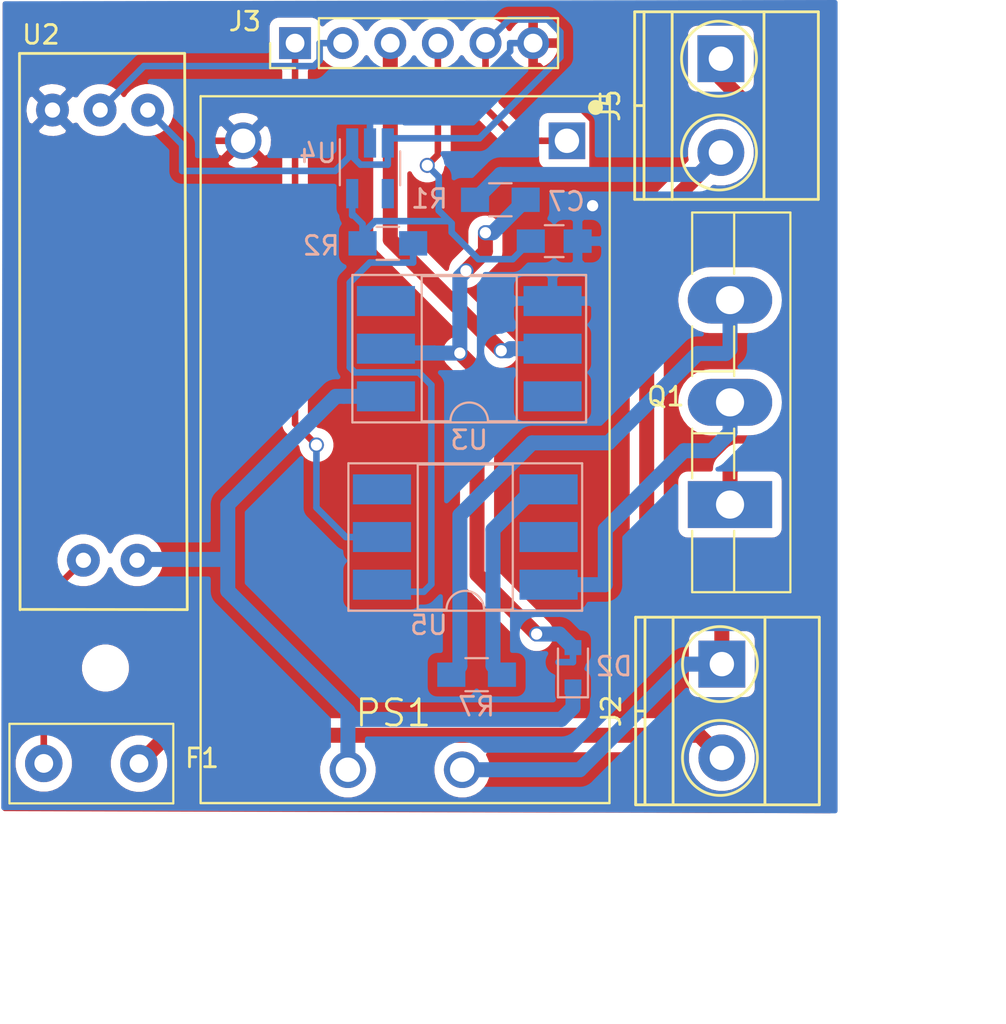
<source format=kicad_pcb>
(kicad_pcb (version 20171130) (host pcbnew 5.1.7-a382d34a8~88~ubuntu18.04.1)

  (general
    (thickness 1.6)
    (drawings 15)
    (tracks 164)
    (zones 0)
    (modules 16)
    (nets 22)
  )

  (page A4)
  (layers
    (0 F.Cu signal)
    (31 B.Cu signal)
    (32 B.Adhes user)
    (33 F.Adhes user)
    (34 B.Paste user)
    (35 F.Paste user)
    (36 B.SilkS user)
    (37 F.SilkS user)
    (38 B.Mask user)
    (39 F.Mask user)
    (40 Dwgs.User user)
    (41 Cmts.User user)
    (42 Eco1.User user)
    (43 Eco2.User user)
    (44 Edge.Cuts user)
    (45 Margin user)
    (46 B.CrtYd user)
    (47 F.CrtYd user)
    (48 B.Fab user)
    (49 F.Fab user)
  )

  (setup
    (last_trace_width 0.35)
    (trace_clearance 0.2)
    (zone_clearance 0.508)
    (zone_45_only no)
    (trace_min 0.2)
    (via_size 0.8)
    (via_drill 0.6)
    (via_min_size 0.4)
    (via_min_drill 0.3)
    (uvia_size 0.5)
    (uvia_drill 0.3)
    (uvias_allowed no)
    (uvia_min_size 0.2)
    (uvia_min_drill 0.1)
    (edge_width 0.1)
    (segment_width 0.2)
    (pcb_text_width 0.3)
    (pcb_text_size 1.5 1.5)
    (mod_edge_width 0.15)
    (mod_text_size 1 1)
    (mod_text_width 0.15)
    (pad_size 1.524 1.524)
    (pad_drill 0.762)
    (pad_to_mask_clearance 0)
    (aux_axis_origin 0 0)
    (visible_elements FFFFFF7F)
    (pcbplotparams
      (layerselection 0x331fc_ffffffff)
      (usegerberextensions true)
      (usegerberattributes false)
      (usegerberadvancedattributes false)
      (creategerberjobfile true)
      (excludeedgelayer true)
      (linewidth 0.100000)
      (plotframeref false)
      (viasonmask false)
      (mode 1)
      (useauxorigin false)
      (hpglpennumber 1)
      (hpglpenspeed 20)
      (hpglpendiameter 15.000000)
      (psnegative false)
      (psa4output false)
      (plotreference true)
      (plotvalue true)
      (plotinvisibletext false)
      (padsonsilk false)
      (subtractmaskfromsilk false)
      (outputformat 1)
      (mirror false)
      (drillshape 0)
      (scaleselection 1)
      (outputdirectory "Gerber_BackEnd_HeavyDevice_v2/"))
  )

  (net 0 "")
  (net 1 /5V)
  (net 2 /GND)
  (net 3 /3.3V)
  (net 4 /Mains_Live_In)
  (net 5 "Net-(D2-Pad2)")
  (net 6 /Mains_Neutral)
  (net 7 "Net-(F1-Pad2)")
  (net 8 /Opto_In)
  (net 9 /Energy_Sensor)
  (net 10 /DSW1)
  (net 11 /Out1)
  (net 12 "Net-(Q1-Pad3)")
  (net 13 "Net-(Q1-Pad2)")
  (net 14 "Net-(R2-Pad1)")
  (net 15 "Net-(R7-Pad2)")
  (net 16 /Mains_Live_Out)
  (net 17 "Net-(U3-Pad3)")
  (net 18 "Net-(U3-Pad6)")
  (net 19 "Net-(U4-Pad4)")
  (net 20 "Net-(U5-Pad3)")
  (net 21 "Net-(U5-Pad5)")

  (net_class Default "This is the default net class."
    (clearance 0.2)
    (trace_width 0.35)
    (via_dia 0.8)
    (via_drill 0.6)
    (uvia_dia 0.5)
    (uvia_drill 0.3)
    (diff_pair_width 0.3)
    (diff_pair_gap 0.25)
    (add_net /3.3V)
    (add_net /5V)
    (add_net /DSW1)
    (add_net /Energy_Sensor)
    (add_net /GND)
    (add_net "Net-(D2-Pad2)")
    (add_net "Net-(F1-Pad2)")
    (add_net "Net-(R2-Pad1)")
    (add_net "Net-(U3-Pad3)")
    (add_net "Net-(U3-Pad6)")
    (add_net "Net-(U4-Pad4)")
  )

  (net_class AC ""
    (clearance 0.3)
    (trace_width 0.8)
    (via_dia 0.8)
    (via_drill 0.6)
    (uvia_dia 0.5)
    (uvia_drill 0.3)
    (diff_pair_width 0.3)
    (diff_pair_gap 0.25)
    (add_net /Mains_Live_In)
    (add_net /Mains_Live_Out)
    (add_net /Mains_Neutral)
    (add_net /Opto_In)
    (add_net /Out1)
    (add_net "Net-(Q1-Pad2)")
    (add_net "Net-(Q1-Pad3)")
    (add_net "Net-(R7-Pad2)")
    (add_net "Net-(U5-Pad3)")
    (add_net "Net-(U5-Pad5)")
  )

  (module Custom_Libraries:MountingHole_2.2mm_M2 (layer F.Cu) (tedit 5F42351E) (tstamp 60F88011)
    (at 113.1951 128.11252)
    (descr "Mounting Hole 2.2mm, no annular, M2")
    (tags "mounting hole 2.2mm no annular m2")
    (attr virtual)
    (fp_text reference M1 (at 3.81 2.11328) (layer F.SilkS) hide
      (effects (font (size 1 1) (thickness 0.15)))
    )
    (fp_text value MountingHole_1.5mm (at 0 3.2) (layer F.Fab) hide
      (effects (font (size 1 1) (thickness 0.15)))
    )
    (fp_circle (center 0 0) (end 2.45 0) (layer F.CrtYd) (width 0.05))
    (fp_circle (center 0 0) (end 1.6 0) (layer Cmts.User) (width 0.15))
    (fp_text user %R (at 0.3 0) (layer F.Fab) hide
      (effects (font (size 1 1) (thickness 0.15)))
    )
    (pad "" np_thru_hole circle (at 0 0) (size 1.5 1.5) (drill 1.5) (layers *.Cu *.Mask))
  )

  (module Custom_Libraries:277 (layer F.Cu) (tedit 60F85B08) (tstamp 60F858FD)
    (at 129.177 123.883 270)
    (path /60F8ACFB)
    (fp_text reference PS1 (at 6.62686 0.62484 180) (layer F.SilkS)
      (effects (font (size 1.4 1.4) (thickness 0.15)))
    )
    (fp_text value HLK-PM01 (at -2.1336 8.51662 90) (layer F.Fab) hide
      (effects (font (size 1.4 1.4) (thickness 0.15)))
    )
    (fp_line (start -26.25 10.906) (end -26.25 -10.922) (layer F.Fab) (width 0.127))
    (fp_line (start -26.25 -10.922) (end 11.43 -10.906) (layer F.Fab) (width 0.127))
    (fp_line (start 11.43 -10.906) (end 11.43 10.906) (layer F.Fab) (width 0.127))
    (fp_line (start 11.43 10.906) (end -26.25 10.906) (layer F.Fab) (width 0.127))
    (fp_line (start -26.25 10.906) (end -26.25 -10.922) (layer F.SilkS) (width 0.127))
    (fp_line (start -26.25 -10.922) (end 11.43 -10.906) (layer F.SilkS) (width 0.127))
    (fp_line (start 11.43 -10.906) (end 11.43 10.906) (layer F.SilkS) (width 0.127))
    (fp_line (start 11.43 10.906) (end -26.25 10.906) (layer F.SilkS) (width 0.127))
    (fp_line (start -26.5 11.176) (end -26.5 -11.176) (layer F.CrtYd) (width 0.05))
    (fp_line (start -26.5 -11.176) (end 11.684 -11.156) (layer F.CrtYd) (width 0.05))
    (fp_line (start 11.684 -11.156) (end 11.684 11.156) (layer F.CrtYd) (width 0.05))
    (fp_line (start 11.684 11.176) (end -26.5 11.156) (layer F.CrtYd) (width 0.05))
    (fp_circle (center -25.654 -10.16) (end -25.454 -10.16) (layer F.SilkS) (width 0.4))
    (fp_circle (center -25.654 -10.16) (end -25.454 -10.16) (layer F.Fab) (width 0.4))
    (pad 1 thru_hole circle (at 9.652 -3.048 270) (size 1.95 1.95) (drill 1.3) (layers *.Cu *.Mask)
      (net 6 /Mains_Neutral))
    (pad 4 thru_hole circle (at -23.876 8.636 270) (size 1.95 1.95) (drill 1.3) (layers *.Cu *.Mask)
      (net 2 /GND))
    (pad 2 thru_hole circle (at 9.652 3.048 270) (size 1.95 1.95) (drill 1.3) (layers *.Cu *.Mask)
      (net 16 /Mains_Live_Out))
    (pad 5 thru_hole rect (at -23.876 -8.636 270) (size 1.95 1.95) (drill 1.3) (layers *.Cu *.Mask)
      (net 1 /5V))
  )

  (module Capacitors_SMD:C_0805_HandSoldering (layer B.Cu) (tedit 58AA84A8) (tstamp 5F7973C1)
    (at 137.134 105.357 180)
    (descr "Capacitor SMD 0805, hand soldering")
    (tags "capacitor 0805")
    (path /5FB031C3)
    (attr smd)
    (fp_text reference C7 (at -0.65592 2.11108) (layer B.SilkS)
      (effects (font (size 1 1) (thickness 0.15)) (justify mirror))
    )
    (fp_text value 2.2uf (at 0 -1.75) (layer B.Fab) hide
      (effects (font (size 1 1) (thickness 0.15)) (justify mirror))
    )
    (fp_line (start 2.25 -0.87) (end -2.25 -0.87) (layer B.CrtYd) (width 0.05))
    (fp_line (start 2.25 -0.87) (end 2.25 0.88) (layer B.CrtYd) (width 0.05))
    (fp_line (start -2.25 0.88) (end -2.25 -0.87) (layer B.CrtYd) (width 0.05))
    (fp_line (start -2.25 0.88) (end 2.25 0.88) (layer B.CrtYd) (width 0.05))
    (fp_line (start -0.5 -0.85) (end 0.5 -0.85) (layer B.SilkS) (width 0.12))
    (fp_line (start 0.5 0.85) (end -0.5 0.85) (layer B.SilkS) (width 0.12))
    (fp_line (start -1 0.62) (end 1 0.62) (layer B.Fab) (width 0.1))
    (fp_line (start 1 0.62) (end 1 -0.62) (layer B.Fab) (width 0.1))
    (fp_line (start 1 -0.62) (end -1 -0.62) (layer B.Fab) (width 0.1))
    (fp_line (start -1 -0.62) (end -1 0.62) (layer B.Fab) (width 0.1))
    (fp_text user %R (at 0 1.75) (layer B.Fab) hide
      (effects (font (size 1 1) (thickness 0.15)) (justify mirror))
    )
    (pad 2 smd rect (at 1.25 0 180) (size 1.5 1.25) (layers B.Cu B.Paste B.Mask)
      (net 3 /3.3V))
    (pad 1 smd rect (at -1.25 0 180) (size 1.5 1.25) (layers B.Cu B.Paste B.Mask)
      (net 2 /GND))
    (model Capacitors_SMD.3dshapes/C_0805.wrl
      (at (xyz 0 0 0))
      (scale (xyz 1 1 1))
      (rotate (xyz 0 0 0))
    )
  )

  (module Diodes_SMD:D_0805 (layer B.Cu) (tedit 590CE9A4) (tstamp 5F797408)
    (at 138.136 128.074 90)
    (descr "Diode SMD in 0805 package http://datasheets.avx.com/schottky.pdf")
    (tags "smd diode")
    (path /5F6922E0)
    (attr smd)
    (fp_text reference D2 (at 0.04826 2.18948 180) (layer B.SilkS)
      (effects (font (size 1 1) (thickness 0.15)) (justify mirror))
    )
    (fp_text value IN4148 (at 0 -1.7 90) (layer B.Fab) hide
      (effects (font (size 1 1) (thickness 0.15)) (justify mirror))
    )
    (fp_line (start -1.6 0.8) (end -1.6 -0.8) (layer B.SilkS) (width 0.12))
    (fp_line (start -1.7 -0.88) (end -1.7 0.88) (layer B.CrtYd) (width 0.05))
    (fp_line (start 1.7 -0.88) (end -1.7 -0.88) (layer B.CrtYd) (width 0.05))
    (fp_line (start 1.7 0.88) (end 1.7 -0.88) (layer B.CrtYd) (width 0.05))
    (fp_line (start -1.7 0.88) (end 1.7 0.88) (layer B.CrtYd) (width 0.05))
    (fp_line (start 0.2 0) (end 0.4 0) (layer B.Fab) (width 0.1))
    (fp_line (start -0.1 0) (end -0.3 0) (layer B.Fab) (width 0.1))
    (fp_line (start -0.1 0.2) (end -0.1 -0.2) (layer B.Fab) (width 0.1))
    (fp_line (start 0.2 -0.2) (end 0.2 0.2) (layer B.Fab) (width 0.1))
    (fp_line (start -0.1 0) (end 0.2 -0.2) (layer B.Fab) (width 0.1))
    (fp_line (start 0.2 0.2) (end -0.1 0) (layer B.Fab) (width 0.1))
    (fp_line (start -1 -0.65) (end -1 0.65) (layer B.Fab) (width 0.1))
    (fp_line (start 1 -0.65) (end -1 -0.65) (layer B.Fab) (width 0.1))
    (fp_line (start 1 0.65) (end 1 -0.65) (layer B.Fab) (width 0.1))
    (fp_line (start -1 0.65) (end 1 0.65) (layer B.Fab) (width 0.1))
    (fp_line (start -1.6 -0.8) (end 1 -0.8) (layer B.SilkS) (width 0.12))
    (fp_line (start -1.6 0.8) (end 1 0.8) (layer B.SilkS) (width 0.12))
    (fp_text user %R (at 0 1.6 90) (layer B.Fab) hide
      (effects (font (size 1 1) (thickness 0.15)) (justify mirror))
    )
    (pad 1 smd rect (at -1.05 0 90) (size 0.8 0.9) (layers B.Cu B.Paste B.Mask)
      (net 16 /Mains_Live_Out))
    (pad 2 smd rect (at 1.05 0 90) (size 0.8 0.9) (layers B.Cu B.Paste B.Mask)
      (net 5 "Net-(D2-Pad2)"))
    (model ${KISYS3DMOD}/Diodes_SMD.3dshapes/D_0805.wrl
      (at (xyz 0 0 0))
      (scale (xyz 1 1 1))
      (rotate (xyz 0 0 0))
    )
  )

  (module Fuse_Holders_and_Fuses:Fuse_TE5_Littlefuse-395Series (layer F.Cu) (tedit 5880C2E0) (tstamp 5F7974DA)
    (at 114.983 133.208 180)
    (descr "Fuse, TE5, Littlefuse/Wickmann, No. 460, No560,")
    (tags "Fuse TE5 Littlefuse/Wickmann No. 460 No560 ")
    (path /5F656F09)
    (fp_text reference F1 (at -3.36042 0.28956) (layer F.SilkS)
      (effects (font (size 1 1) (thickness 0.15)))
    )
    (fp_text value Fuse_Small (at 2.35 3.1) (layer F.Fab) hide
      (effects (font (size 1 1) (thickness 0.15)))
    )
    (fp_line (start 6.91 2.12) (end -1.83 2.12) (layer F.SilkS) (width 0.12))
    (fp_line (start 6.91 2.12) (end 6.91 -2.12) (layer F.SilkS) (width 0.12))
    (fp_line (start -1.83 -2.12) (end -1.83 2.12) (layer F.SilkS) (width 0.12))
    (fp_line (start -1.83 -2.12) (end 6.91 -2.12) (layer F.SilkS) (width 0.12))
    (fp_line (start 7.04 2.25) (end -1.96 2.25) (layer F.CrtYd) (width 0.05))
    (fp_line (start 7.04 2.25) (end 7.04 -2.25) (layer F.CrtYd) (width 0.05))
    (fp_line (start -1.96 -2.25) (end -1.96 2.25) (layer F.CrtYd) (width 0.05))
    (fp_line (start -1.96 -2.25) (end 7.04 -2.25) (layer F.CrtYd) (width 0.05))
    (fp_line (start -1.71 -2) (end -1.71 2) (layer F.Fab) (width 0.1))
    (fp_line (start 6.79 -2) (end -1.71 -2) (layer F.Fab) (width 0.1))
    (fp_line (start 6.79 2) (end 6.79 -2) (layer F.Fab) (width 0.1))
    (fp_line (start -1.71 2) (end 6.79 2) (layer F.Fab) (width 0.1))
    (pad 2 thru_hole circle (at 5.08 0.01 180) (size 2 2) (drill 1) (layers *.Cu *.Mask)
      (net 7 "Net-(F1-Pad2)"))
    (pad 1 thru_hole circle (at 0 0 180) (size 2 2) (drill 1) (layers *.Cu *.Mask)
      (net 4 /Mains_Live_In))
  )

  (module TerminalBlocks_Phoenix:TerminalBlock_Phoenix_MKDS1.5-2pol (layer F.Cu) (tedit 59FF0755) (tstamp 5F797513)
    (at 146.078 127.904 270)
    (descr "2-way 5mm pitch terminal block, Phoenix MKDS series")
    (path /5F66980C)
    (fp_text reference J2 (at 2.5 5.9 90) (layer F.SilkS)
      (effects (font (size 1 1) (thickness 0.15)))
    )
    (fp_text value Screw_Terminal_01x02 (at 2.5 -6.6 90) (layer F.Fab) hide
      (effects (font (size 1 1) (thickness 0.15)))
    )
    (fp_circle (center 0 0.1) (end 2 0.1) (layer F.SilkS) (width 0.15))
    (fp_circle (center 5 0.1) (end 3 0.1) (layer F.SilkS) (width 0.15))
    (fp_line (start -2.5 -5.2) (end -2.5 4.6) (layer F.SilkS) (width 0.15))
    (fp_line (start 7.5 -5.2) (end -2.5 -5.2) (layer F.SilkS) (width 0.15))
    (fp_line (start 7.5 4.6) (end 7.5 -5.2) (layer F.SilkS) (width 0.15))
    (fp_line (start -2.5 4.6) (end 7.5 4.6) (layer F.SilkS) (width 0.15))
    (fp_line (start -2.5 4.1) (end 7.5 4.1) (layer F.SilkS) (width 0.15))
    (fp_line (start -2.5 -2.3) (end 7.5 -2.3) (layer F.SilkS) (width 0.15))
    (fp_line (start -2.5 2.6) (end 7.5 2.6) (layer F.SilkS) (width 0.15))
    (fp_line (start 2.5 4.1) (end 2.5 4.6) (layer F.SilkS) (width 0.15))
    (fp_line (start 7.7 -5.4) (end 7.7 4.8) (layer F.CrtYd) (width 0.05))
    (fp_line (start 7.7 4.8) (end -2.7 4.8) (layer F.CrtYd) (width 0.05))
    (fp_line (start -2.7 4.8) (end -2.7 -5.4) (layer F.CrtYd) (width 0.05))
    (fp_line (start -2.7 -5.4) (end 7.7 -5.4) (layer F.CrtYd) (width 0.05))
    (fp_text user %R (at 2.5 0 90) (layer F.Fab) hide
      (effects (font (size 1 1) (thickness 0.15)))
    )
    (pad 2 thru_hole circle (at 5 0 270) (size 2.5 2.5) (drill 1.3) (layers *.Cu *.Mask)
      (net 4 /Mains_Live_In))
    (pad 1 thru_hole rect (at 0 0 270) (size 2.5 2.5) (drill 1.3) (layers *.Cu *.Mask)
      (net 6 /Mains_Neutral))
    (model ${KISYS3DMOD}/TerminalBlock_Phoenix.3dshapes/TerminalBlock_Phoenix_MKDS1.5-2pol.wrl
      (offset (xyz 2.499359962463379 0 0))
      (scale (xyz 1 1 1))
      (rotate (xyz 0 0 0))
    )
  )

  (module TerminalBlocks_Phoenix:TerminalBlock_Phoenix_MKDS1.5-2pol (layer F.Cu) (tedit 59FF0755) (tstamp 5F797543)
    (at 146.027 95.631 270)
    (descr "2-way 5mm pitch terminal block, Phoenix MKDS series")
    (path /5F97D0BF)
    (fp_text reference J5 (at 2.5 5.9 90) (layer F.SilkS)
      (effects (font (size 1 1) (thickness 0.15)))
    )
    (fp_text value Screw_Terminal_01x02 (at 2.5 -6.6 90) (layer F.Fab) hide
      (effects (font (size 1 1) (thickness 0.15)))
    )
    (fp_line (start -2.7 -5.4) (end 7.7 -5.4) (layer F.CrtYd) (width 0.05))
    (fp_line (start -2.7 4.8) (end -2.7 -5.4) (layer F.CrtYd) (width 0.05))
    (fp_line (start 7.7 4.8) (end -2.7 4.8) (layer F.CrtYd) (width 0.05))
    (fp_line (start 7.7 -5.4) (end 7.7 4.8) (layer F.CrtYd) (width 0.05))
    (fp_line (start 2.5 4.1) (end 2.5 4.6) (layer F.SilkS) (width 0.15))
    (fp_line (start -2.5 2.6) (end 7.5 2.6) (layer F.SilkS) (width 0.15))
    (fp_line (start -2.5 -2.3) (end 7.5 -2.3) (layer F.SilkS) (width 0.15))
    (fp_line (start -2.5 4.1) (end 7.5 4.1) (layer F.SilkS) (width 0.15))
    (fp_line (start -2.5 4.6) (end 7.5 4.6) (layer F.SilkS) (width 0.15))
    (fp_line (start 7.5 4.6) (end 7.5 -5.2) (layer F.SilkS) (width 0.15))
    (fp_line (start 7.5 -5.2) (end -2.5 -5.2) (layer F.SilkS) (width 0.15))
    (fp_line (start -2.5 -5.2) (end -2.5 4.6) (layer F.SilkS) (width 0.15))
    (fp_circle (center 5 0.1) (end 3 0.1) (layer F.SilkS) (width 0.15))
    (fp_circle (center 0 0.1) (end 2 0.1) (layer F.SilkS) (width 0.15))
    (fp_text user %R (at 2.5 0 90) (layer F.Fab) hide
      (effects (font (size 1 1) (thickness 0.15)))
    )
    (pad 1 thru_hole rect (at 0 0 270) (size 2.5 2.5) (drill 1.3) (layers *.Cu *.Mask)
      (net 11 /Out1))
    (pad 2 thru_hole circle (at 5 0 270) (size 2.5 2.5) (drill 1.3) (layers *.Cu *.Mask)
      (net 6 /Mains_Neutral))
    (model ${KISYS3DMOD}/TerminalBlock_Phoenix.3dshapes/TerminalBlock_Phoenix_MKDS1.5-2pol.wrl
      (offset (xyz 2.499359962463379 0 0))
      (scale (xyz 1 1 1))
      (rotate (xyz 0 0 0))
    )
  )

  (module Custom_Libraries:GN27120BN (layer F.Cu) (tedit 58CE52AE) (tstamp 5F797563)
    (at 146.515 119.4 90)
    (descr "TO-264, Vertical, RM 5.45mm")
    (tags "TO-264 Vertical RM 5.45mm")
    (path /5F77F666)
    (fp_text reference Q1 (at 5.76072 -3.429 180) (layer F.SilkS)
      (effects (font (size 1 1) (thickness 0.15)))
    )
    (fp_text value BT136-500 (at 5.45 6.47 90) (layer F.Fab) hide
      (effects (font (size 1 1) (thickness 0.15)))
    )
    (fp_line (start -4.55 -1.9) (end -4.55 3.1) (layer F.Fab) (width 0.1))
    (fp_line (start -4.55 3.1) (end 15.45 3.1) (layer F.Fab) (width 0.1))
    (fp_line (start 15.45 3.1) (end 15.45 -1.9) (layer F.Fab) (width 0.1))
    (fp_line (start 15.45 -1.9) (end -4.55 -1.9) (layer F.Fab) (width 0.1))
    (fp_line (start -4.55 0.1) (end 15.45 0.1) (layer F.Fab) (width 0.1))
    (fp_line (start 3.8 -1.9) (end 3.8 0.1) (layer F.Fab) (width 0.1))
    (fp_line (start 7.1 -1.9) (end 7.1 0.1) (layer F.Fab) (width 0.1))
    (fp_line (start -4.67 -2.021) (end -1.4 -2.021) (layer F.SilkS) (width 0.12))
    (fp_line (start 1.4 -2.021) (end 4.051 -2.021) (layer F.SilkS) (width 0.12))
    (fp_line (start 6.85 -2.021) (end 9.5 -2.021) (layer F.SilkS) (width 0.12))
    (fp_line (start 12.3 -2.021) (end 15.57 -2.021) (layer F.SilkS) (width 0.12))
    (fp_line (start -4.67 3.22) (end 15.57 3.22) (layer F.SilkS) (width 0.12))
    (fp_line (start -4.67 -2.021) (end -4.67 3.22) (layer F.SilkS) (width 0.12))
    (fp_line (start 15.57 -2.021) (end 15.57 3.22) (layer F.SilkS) (width 0.12))
    (fp_line (start -4.67 0.22) (end -1.4 0.22) (layer F.SilkS) (width 0.12))
    (fp_line (start 1.4 0.22) (end 4.051 0.22) (layer F.SilkS) (width 0.12))
    (fp_line (start 6.85 0.22) (end 9.5 0.22) (layer F.SilkS) (width 0.12))
    (fp_line (start 12.3 0.22) (end 15.57 0.22) (layer F.SilkS) (width 0.12))
    (fp_line (start 3.8 -2.021) (end 3.8 0.22) (layer F.SilkS) (width 0.12))
    (fp_line (start 7.1 -2.021) (end 7.1 0.22) (layer F.SilkS) (width 0.12))
    (fp_line (start -4.8 -2.5) (end -4.8 3.35) (layer F.CrtYd) (width 0.05))
    (fp_line (start -4.8 3.35) (end 15.7 3.35) (layer F.CrtYd) (width 0.05))
    (fp_line (start 15.7 3.35) (end 15.7 -2.5) (layer F.CrtYd) (width 0.05))
    (fp_line (start 15.7 -2.5) (end -4.8 -2.5) (layer F.CrtYd) (width 0.05))
    (fp_text user %R (at 5.45 -3.02 90) (layer F.Fab) hide
      (effects (font (size 1 1) (thickness 0.15)))
    )
    (pad 3 thru_hole oval (at 10.9 0 90) (size 2.5 4.5) (drill 1.5) (layers *.Cu *.Mask)
      (net 12 "Net-(Q1-Pad3)"))
    (pad 2 thru_hole oval (at 5.45 0 90) (size 2.5 4.5) (drill 1.5) (layers *.Cu *.Mask)
      (net 13 "Net-(Q1-Pad2)"))
    (pad 1 thru_hole rect (at 0 0 90) (size 2.5 4.5) (drill 1.5) (layers *.Cu *.Mask)
      (net 11 /Out1))
    (model ${KISYS3DMOD}/TO_SOT_Packages_THT.3dshapes/TO-264_Vertical.wrl
      (at (xyz 0 0 0))
      (scale (xyz 0.393701 0.393701 0.393701))
      (rotate (xyz 0 0 0))
    )
  )

  (module Resistors_SMD:R_0805_HandSoldering (layer B.Cu) (tedit 58E0A804) (tstamp 5F797587)
    (at 134.261 103.152 180)
    (descr "Resistor SMD 0805, hand soldering")
    (tags "resistor 0805")
    (path /5F6968FD)
    (attr smd)
    (fp_text reference R1 (at 3.78374 0.0534) (layer B.SilkS)
      (effects (font (size 1 1) (thickness 0.15)) (justify mirror))
    )
    (fp_text value 220K (at 0 -1.75) (layer B.Fab) hide
      (effects (font (size 1 1) (thickness 0.15)) (justify mirror))
    )
    (fp_line (start -1 -0.62) (end -1 0.62) (layer B.Fab) (width 0.1))
    (fp_line (start 1 -0.62) (end -1 -0.62) (layer B.Fab) (width 0.1))
    (fp_line (start 1 0.62) (end 1 -0.62) (layer B.Fab) (width 0.1))
    (fp_line (start -1 0.62) (end 1 0.62) (layer B.Fab) (width 0.1))
    (fp_line (start 0.6 -0.88) (end -0.6 -0.88) (layer B.SilkS) (width 0.12))
    (fp_line (start -0.6 0.88) (end 0.6 0.88) (layer B.SilkS) (width 0.12))
    (fp_line (start -2.35 0.9) (end 2.35 0.9) (layer B.CrtYd) (width 0.05))
    (fp_line (start -2.35 0.9) (end -2.35 -0.9) (layer B.CrtYd) (width 0.05))
    (fp_line (start 2.35 -0.9) (end 2.35 0.9) (layer B.CrtYd) (width 0.05))
    (fp_line (start 2.35 -0.9) (end -2.35 -0.9) (layer B.CrtYd) (width 0.05))
    (fp_text user %R (at 0 0) (layer B.Fab) hide
      (effects (font (size 0.5 0.5) (thickness 0.075)) (justify mirror))
    )
    (pad 1 smd rect (at -1.35 0 180) (size 1.5 1.3) (layers B.Cu B.Paste B.Mask)
      (net 5 "Net-(D2-Pad2)"))
    (pad 2 smd rect (at 1.35 0 180) (size 1.5 1.3) (layers B.Cu B.Paste B.Mask)
      (net 6 /Mains_Neutral))
    (model ${KISYS3DMOD}/Resistors_SMD.3dshapes/R_0805.wrl
      (at (xyz 0 0 0))
      (scale (xyz 1 1 1))
      (rotate (xyz 0 0 0))
    )
  )

  (module Resistors_SMD:R_0805_HandSoldering (layer B.Cu) (tedit 58E0A804) (tstamp 5F797598)
    (at 128.259 105.474 180)
    (descr "Resistor SMD 0805, hand soldering")
    (tags "resistor 0805")
    (path /5F76C623)
    (attr smd)
    (fp_text reference R2 (at 3.5577 -0.1265) (layer B.SilkS)
      (effects (font (size 1 1) (thickness 0.15)) (justify mirror))
    )
    (fp_text value 100E (at 0 -1.75) (layer B.Fab) hide
      (effects (font (size 1 1) (thickness 0.15)) (justify mirror))
    )
    (fp_line (start 2.35 -0.9) (end -2.35 -0.9) (layer B.CrtYd) (width 0.05))
    (fp_line (start 2.35 -0.9) (end 2.35 0.9) (layer B.CrtYd) (width 0.05))
    (fp_line (start -2.35 0.9) (end -2.35 -0.9) (layer B.CrtYd) (width 0.05))
    (fp_line (start -2.35 0.9) (end 2.35 0.9) (layer B.CrtYd) (width 0.05))
    (fp_line (start -0.6 0.88) (end 0.6 0.88) (layer B.SilkS) (width 0.12))
    (fp_line (start 0.6 -0.88) (end -0.6 -0.88) (layer B.SilkS) (width 0.12))
    (fp_line (start -1 0.62) (end 1 0.62) (layer B.Fab) (width 0.1))
    (fp_line (start 1 0.62) (end 1 -0.62) (layer B.Fab) (width 0.1))
    (fp_line (start 1 -0.62) (end -1 -0.62) (layer B.Fab) (width 0.1))
    (fp_line (start -1 -0.62) (end -1 0.62) (layer B.Fab) (width 0.1))
    (fp_text user %R (at 0 0) (layer B.Fab) hide
      (effects (font (size 0.5 0.5) (thickness 0.075)) (justify mirror))
    )
    (pad 2 smd rect (at 1.35 0 180) (size 1.5 1.3) (layers B.Cu B.Paste B.Mask)
      (net 3 /3.3V))
    (pad 1 smd rect (at -1.35 0 180) (size 1.5 1.3) (layers B.Cu B.Paste B.Mask)
      (net 14 "Net-(R2-Pad1)"))
    (model ${KISYS3DMOD}/Resistors_SMD.3dshapes/R_0805.wrl
      (at (xyz 0 0 0))
      (scale (xyz 1 1 1))
      (rotate (xyz 0 0 0))
    )
  )

  (module Resistors_SMD:R_0805_HandSoldering (layer B.Cu) (tedit 58E0A804) (tstamp 5F7975ED)
    (at 132.996 128.468)
    (descr "Resistor SMD 0805, hand soldering")
    (tags "resistor 0805")
    (path /5F787825)
    (attr smd)
    (fp_text reference R7 (at 0 1.7) (layer B.SilkS)
      (effects (font (size 1 1) (thickness 0.15)) (justify mirror))
    )
    (fp_text value 470E (at 0 -1.75) (layer B.Fab) hide
      (effects (font (size 1 1) (thickness 0.15)) (justify mirror))
    )
    (fp_line (start -1 -0.62) (end -1 0.62) (layer B.Fab) (width 0.1))
    (fp_line (start 1 -0.62) (end -1 -0.62) (layer B.Fab) (width 0.1))
    (fp_line (start 1 0.62) (end 1 -0.62) (layer B.Fab) (width 0.1))
    (fp_line (start -1 0.62) (end 1 0.62) (layer B.Fab) (width 0.1))
    (fp_line (start 0.6 -0.88) (end -0.6 -0.88) (layer B.SilkS) (width 0.12))
    (fp_line (start -0.6 0.88) (end 0.6 0.88) (layer B.SilkS) (width 0.12))
    (fp_line (start -2.35 0.9) (end 2.35 0.9) (layer B.CrtYd) (width 0.05))
    (fp_line (start -2.35 0.9) (end -2.35 -0.9) (layer B.CrtYd) (width 0.05))
    (fp_line (start 2.35 -0.9) (end 2.35 0.9) (layer B.CrtYd) (width 0.05))
    (fp_line (start 2.35 -0.9) (end -2.35 -0.9) (layer B.CrtYd) (width 0.05))
    (fp_text user %R (at 0 0) (layer B.Fab) hide
      (effects (font (size 0.5 0.5) (thickness 0.075)) (justify mirror))
    )
    (pad 1 smd rect (at -1.35 0) (size 1.5 1.3) (layers B.Cu B.Paste B.Mask)
      (net 12 "Net-(Q1-Pad3)"))
    (pad 2 smd rect (at 1.35 0) (size 1.5 1.3) (layers B.Cu B.Paste B.Mask)
      (net 15 "Net-(R7-Pad2)"))
    (model ${KISYS3DMOD}/Resistors_SMD.3dshapes/R_0805.wrl
      (at (xyz 0 0 0))
      (scale (xyz 1 1 1))
      (rotate (xyz 0 0 0))
    )
  )

  (module Custom_Libraries:ACS712 (layer F.Cu) (tedit 5F67DB22) (tstamp 5F79765C)
    (at 114.17808 104.86898 270)
    (path /5F6511EC)
    (fp_text reference U2 (at -10.5156 4.42722 180) (layer F.SilkS)
      (effects (font (size 1 1) (thickness 0.15)))
    )
    (fp_text value ACS712 (at 5.8 7.21 90) (layer F.Fab) hide
      (effects (font (size 1 1) (thickness 0.15)))
    )
    (fp_line (start -9.52 -3.24) (end -9.52 5.57) (layer F.SilkS) (width 0.15))
    (fp_line (start 20.13 -3.38) (end -9.52 -3.24) (layer F.SilkS) (width 0.15))
    (fp_line (start 20.12 5.44) (end 20.13 -3.38) (layer F.SilkS) (width 0.15))
    (fp_line (start -9.52 5.57) (end 20.14 5.54) (layer F.SilkS) (width 0.15))
    (pad 5 thru_hole circle (at -6.5 3.81 270) (size 1.75 1.75) (drill 0.8128) (layers *.Cu *.Mask)
      (net 2 /GND))
    (pad 3 thru_hole circle (at -6.5 -1.27 270) (size 1.75 1.75) (drill 0.8128) (layers *.Cu *.Mask)
      (net 1 /5V))
    (pad 4 thru_hole circle (at -6.5 1.27 270) (size 1.75 1.75) (drill 0.8128) (layers *.Cu *.Mask)
      (net 9 /Energy_Sensor))
    (pad 2 thru_hole circle (at 17.5 2.16 270) (size 1.75 1.75) (drill 0.8128) (layers *.Cu *.Mask)
      (net 7 "Net-(F1-Pad2)"))
    (pad 1 thru_hole circle (at 17.5 -0.7 270) (size 1.75 1.75) (drill 0.8128) (layers *.Cu *.Mask)
      (net 16 /Mains_Live_Out))
    (model Hall-Effect_Transducers_LEM.3dshapes/HX15_HallEffectCurrentTransducer.wrl
      (at (xyz 0 0 0))
      (scale (xyz 0.3937 0.3937 0.3937))
      (rotate (xyz 0 0 0))
    )
  )

  (module Housings_DIP:DIP-6_W8.89mm_SMDSocket_LongPads (layer B.Cu) (tedit 59C78D6B) (tstamp 5F79767E)
    (at 132.601 111.089)
    (descr "6-lead though-hole mounted DIP package, row spacing 8.89 mm (350 mils), SMDSocket, LongPads")
    (tags "THT DIP DIL PDIP 2.54mm 8.89mm 350mil SMDSocket LongPads")
    (path /5F6907F0)
    (attr smd)
    (fp_text reference U3 (at 0 4.87) (layer B.SilkS)
      (effects (font (size 1 1) (thickness 0.15)) (justify mirror))
    )
    (fp_text value 4N35 (at 0 -4.87) (layer B.Fab) hide
      (effects (font (size 1 1) (thickness 0.15)) (justify mirror))
    )
    (fp_line (start -2.175 3.81) (end 3.175 3.81) (layer B.Fab) (width 0.1))
    (fp_line (start 3.175 3.81) (end 3.175 -3.81) (layer B.Fab) (width 0.1))
    (fp_line (start 3.175 -3.81) (end -3.175 -3.81) (layer B.Fab) (width 0.1))
    (fp_line (start -3.175 -3.81) (end -3.175 2.81) (layer B.Fab) (width 0.1))
    (fp_line (start -3.175 2.81) (end -2.175 3.81) (layer B.Fab) (width 0.1))
    (fp_line (start -5.08 3.87) (end -5.08 -3.87) (layer B.Fab) (width 0.1))
    (fp_line (start -5.08 -3.87) (end 5.08 -3.87) (layer B.Fab) (width 0.1))
    (fp_line (start 5.08 -3.87) (end 5.08 3.87) (layer B.Fab) (width 0.1))
    (fp_line (start 5.08 3.87) (end -5.08 3.87) (layer B.Fab) (width 0.1))
    (fp_line (start -1 3.87) (end -2.535 3.87) (layer B.SilkS) (width 0.12))
    (fp_line (start -2.535 3.87) (end -2.535 -3.87) (layer B.SilkS) (width 0.12))
    (fp_line (start -2.535 -3.87) (end 2.535 -3.87) (layer B.SilkS) (width 0.12))
    (fp_line (start 2.535 -3.87) (end 2.535 3.87) (layer B.SilkS) (width 0.12))
    (fp_line (start 2.535 3.87) (end 1 3.87) (layer B.SilkS) (width 0.12))
    (fp_line (start -6.235 3.93) (end -6.235 -3.93) (layer B.SilkS) (width 0.12))
    (fp_line (start -6.235 -3.93) (end 6.235 -3.93) (layer B.SilkS) (width 0.12))
    (fp_line (start 6.235 -3.93) (end 6.235 3.93) (layer B.SilkS) (width 0.12))
    (fp_line (start 6.235 3.93) (end -6.235 3.93) (layer B.SilkS) (width 0.12))
    (fp_line (start -6.25 4.15) (end -6.25 -4.15) (layer B.CrtYd) (width 0.05))
    (fp_line (start -6.25 -4.15) (end 6.25 -4.15) (layer B.CrtYd) (width 0.05))
    (fp_line (start 6.25 -4.15) (end 6.25 4.15) (layer B.CrtYd) (width 0.05))
    (fp_line (start 6.25 4.15) (end -6.25 4.15) (layer B.CrtYd) (width 0.05))
    (fp_arc (start 0 3.87) (end -1 3.87) (angle 180) (layer B.SilkS) (width 0.12))
    (fp_text user %R (at 0 0) (layer B.Fab) hide
      (effects (font (size 1 1) (thickness 0.15)) (justify mirror))
    )
    (pad 1 smd rect (at -4.445 2.54) (size 3.1 1.6) (layers B.Cu B.Paste B.Mask)
      (net 16 /Mains_Live_Out))
    (pad 4 smd rect (at 4.445 -2.54) (size 3.1 1.6) (layers B.Cu B.Paste B.Mask)
      (net 2 /GND))
    (pad 2 smd rect (at -4.445 0) (size 3.1 1.6) (layers B.Cu B.Paste B.Mask)
      (net 5 "Net-(D2-Pad2)"))
    (pad 5 smd rect (at 4.445 0) (size 3.1 1.6) (layers B.Cu B.Paste B.Mask)
      (net 8 /Opto_In))
    (pad 3 smd rect (at -4.445 -2.54) (size 3.1 1.6) (layers B.Cu B.Paste B.Mask)
      (net 17 "Net-(U3-Pad3)"))
    (pad 6 smd rect (at 4.445 2.54) (size 3.1 1.6) (layers B.Cu B.Paste B.Mask)
      (net 18 "Net-(U3-Pad6)"))
    (model ${KISYS3DMOD}/Housings_DIP.3dshapes/DIP-6_W8.89mm_SMDSocket.wrl
      (at (xyz 0 0 0))
      (scale (xyz 1 1 1))
      (rotate (xyz 0 0 0))
    )
  )

  (module TO_SOT_Packages_SMD:SOT-23-5_HandSoldering (layer B.Cu) (tedit 58CE4E7E) (tstamp 5F797693)
    (at 127.307 101.474 270)
    (descr "5-pin SOT23 package")
    (tags "SOT-23-5 hand-soldering")
    (path /5F678A39)
    (attr smd)
    (fp_text reference U4 (at -0.80364 2.78096 180) (layer B.SilkS)
      (effects (font (size 1 1) (thickness 0.15)) (justify mirror))
    )
    (fp_text value AP2112K-3.3 (at 0 -2.9 90) (layer B.Fab) hide
      (effects (font (size 1 1) (thickness 0.15)) (justify mirror))
    )
    (fp_line (start 2.38 -1.8) (end -2.38 -1.8) (layer B.CrtYd) (width 0.05))
    (fp_line (start 2.38 -1.8) (end 2.38 1.8) (layer B.CrtYd) (width 0.05))
    (fp_line (start -2.38 1.8) (end -2.38 -1.8) (layer B.CrtYd) (width 0.05))
    (fp_line (start -2.38 1.8) (end 2.38 1.8) (layer B.CrtYd) (width 0.05))
    (fp_line (start 0.9 1.55) (end 0.9 -1.55) (layer B.Fab) (width 0.1))
    (fp_line (start 0.9 -1.55) (end -0.9 -1.55) (layer B.Fab) (width 0.1))
    (fp_line (start -0.9 0.9) (end -0.9 -1.55) (layer B.Fab) (width 0.1))
    (fp_line (start 0.9 1.55) (end -0.25 1.55) (layer B.Fab) (width 0.1))
    (fp_line (start -0.9 0.9) (end -0.25 1.55) (layer B.Fab) (width 0.1))
    (fp_line (start 0.9 1.61) (end -1.55 1.61) (layer B.SilkS) (width 0.12))
    (fp_line (start -0.9 -1.61) (end 0.9 -1.61) (layer B.SilkS) (width 0.12))
    (fp_text user %R (at 0 0 180) (layer B.Fab) hide
      (effects (font (size 0.5 0.5) (thickness 0.075)) (justify mirror))
    )
    (pad 5 smd rect (at 1.35 0.95 270) (size 1.56 0.65) (layers B.Cu B.Paste B.Mask)
      (net 3 /3.3V))
    (pad 4 smd rect (at 1.35 -0.95 270) (size 1.56 0.65) (layers B.Cu B.Paste B.Mask)
      (net 19 "Net-(U4-Pad4)"))
    (pad 3 smd rect (at -1.35 -0.95 270) (size 1.56 0.65) (layers B.Cu B.Paste B.Mask)
      (net 1 /5V))
    (pad 2 smd rect (at -1.35 0 270) (size 1.56 0.65) (layers B.Cu B.Paste B.Mask)
      (net 2 /GND))
    (pad 1 smd rect (at -1.35 0.95 270) (size 1.56 0.65) (layers B.Cu B.Paste B.Mask)
      (net 1 /5V))
    (model ${KISYS3DMOD}/TO_SOT_Packages_SMD.3dshapes\SOT-23-5.wrl
      (at (xyz 0 0 0))
      (scale (xyz 1 1 1))
      (rotate (xyz 0 0 0))
    )
  )

  (module Housings_DIP:DIP-6_W8.89mm_SMDSocket_LongPads (layer B.Cu) (tedit 59C78D6B) (tstamp 5F7976B5)
    (at 132.39 121.13)
    (descr "6-lead though-hole mounted DIP package, row spacing 8.89 mm (350 mils), SMDSocket, LongPads")
    (tags "THT DIP DIL PDIP 2.54mm 8.89mm 350mil SMDSocket LongPads")
    (path /5F759D7C)
    (attr smd)
    (fp_text reference U5 (at -1.94068 4.69906) (layer B.SilkS)
      (effects (font (size 1 1) (thickness 0.15)) (justify mirror))
    )
    (fp_text value MOC3021 (at 0 -4.87) (layer B.Fab) hide
      (effects (font (size 1 1) (thickness 0.15)) (justify mirror))
    )
    (fp_line (start 6.25 4.15) (end -6.25 4.15) (layer B.CrtYd) (width 0.05))
    (fp_line (start 6.25 -4.15) (end 6.25 4.15) (layer B.CrtYd) (width 0.05))
    (fp_line (start -6.25 -4.15) (end 6.25 -4.15) (layer B.CrtYd) (width 0.05))
    (fp_line (start -6.25 4.15) (end -6.25 -4.15) (layer B.CrtYd) (width 0.05))
    (fp_line (start 6.235 3.93) (end -6.235 3.93) (layer B.SilkS) (width 0.12))
    (fp_line (start 6.235 -3.93) (end 6.235 3.93) (layer B.SilkS) (width 0.12))
    (fp_line (start -6.235 -3.93) (end 6.235 -3.93) (layer B.SilkS) (width 0.12))
    (fp_line (start -6.235 3.93) (end -6.235 -3.93) (layer B.SilkS) (width 0.12))
    (fp_line (start 2.535 3.87) (end 1 3.87) (layer B.SilkS) (width 0.12))
    (fp_line (start 2.535 -3.87) (end 2.535 3.87) (layer B.SilkS) (width 0.12))
    (fp_line (start -2.535 -3.87) (end 2.535 -3.87) (layer B.SilkS) (width 0.12))
    (fp_line (start -2.535 3.87) (end -2.535 -3.87) (layer B.SilkS) (width 0.12))
    (fp_line (start -1 3.87) (end -2.535 3.87) (layer B.SilkS) (width 0.12))
    (fp_line (start 5.08 3.87) (end -5.08 3.87) (layer B.Fab) (width 0.1))
    (fp_line (start 5.08 -3.87) (end 5.08 3.87) (layer B.Fab) (width 0.1))
    (fp_line (start -5.08 -3.87) (end 5.08 -3.87) (layer B.Fab) (width 0.1))
    (fp_line (start -5.08 3.87) (end -5.08 -3.87) (layer B.Fab) (width 0.1))
    (fp_line (start -3.175 2.81) (end -2.175 3.81) (layer B.Fab) (width 0.1))
    (fp_line (start -3.175 -3.81) (end -3.175 2.81) (layer B.Fab) (width 0.1))
    (fp_line (start 3.175 -3.81) (end -3.175 -3.81) (layer B.Fab) (width 0.1))
    (fp_line (start 3.175 3.81) (end 3.175 -3.81) (layer B.Fab) (width 0.1))
    (fp_line (start -2.175 3.81) (end 3.175 3.81) (layer B.Fab) (width 0.1))
    (fp_text user %R (at 0.393759 -0.879599) (layer B.Fab) hide
      (effects (font (size 1 1) (thickness 0.15)) (justify mirror))
    )
    (fp_arc (start 0 3.87) (end -1 3.87) (angle 180) (layer B.SilkS) (width 0.12))
    (pad 6 smd rect (at 4.445 2.54) (size 3.1 1.6) (layers B.Cu B.Paste B.Mask)
      (net 13 "Net-(Q1-Pad2)"))
    (pad 3 smd rect (at -4.445 -2.54) (size 3.1 1.6) (layers B.Cu B.Paste B.Mask)
      (net 20 "Net-(U5-Pad3)"))
    (pad 5 smd rect (at 4.445 0) (size 3.1 1.6) (layers B.Cu B.Paste B.Mask)
      (net 21 "Net-(U5-Pad5)"))
    (pad 2 smd rect (at -4.445 0) (size 3.1 1.6) (layers B.Cu B.Paste B.Mask)
      (net 10 /DSW1))
    (pad 4 smd rect (at 4.445 -2.54) (size 3.1 1.6) (layers B.Cu B.Paste B.Mask)
      (net 15 "Net-(R7-Pad2)"))
    (pad 1 smd rect (at -4.445 2.54) (size 3.1 1.6) (layers B.Cu B.Paste B.Mask)
      (net 14 "Net-(R2-Pad1)"))
    (model ${KISYS3DMOD}/Housings_DIP.3dshapes/DIP-6_W8.89mm_SMDSocket.wrl
      (at (xyz 0 0 0))
      (scale (xyz 1 1 1))
      (rotate (xyz 0 0 0))
    )
  )

  (module Pin_Headers:PinHeader_1x06_P2.54mm_Vertical (layer F.Cu) (tedit 59FED5CC) (tstamp 60F858E7)
    (at 123.309 94.8004 90)
    (descr "Through hole straight pin header, 1x06, 2.54mm pitch, single row")
    (tags "Through hole pin header THT 1x06 2.54mm single row")
    (path /6111B526)
    (fp_text reference J3 (at 1.15316 -2.67716 180) (layer F.SilkS)
      (effects (font (size 1 1) (thickness 0.15)))
    )
    (fp_text value Conn_01x06_Female (at 0 15.03 90) (layer F.Fab) hide
      (effects (font (size 1 1) (thickness 0.15)))
    )
    (fp_line (start -0.635 -1.27) (end 1.27 -1.27) (layer F.Fab) (width 0.1))
    (fp_line (start 1.27 -1.27) (end 1.27 13.97) (layer F.Fab) (width 0.1))
    (fp_line (start 1.27 13.97) (end -1.27 13.97) (layer F.Fab) (width 0.1))
    (fp_line (start -1.27 13.97) (end -1.27 -0.635) (layer F.Fab) (width 0.1))
    (fp_line (start -1.27 -0.635) (end -0.635 -1.27) (layer F.Fab) (width 0.1))
    (fp_line (start -1.33 14.03) (end 1.33 14.03) (layer F.SilkS) (width 0.12))
    (fp_line (start -1.33 1.27) (end -1.33 14.03) (layer F.SilkS) (width 0.12))
    (fp_line (start 1.33 1.27) (end 1.33 14.03) (layer F.SilkS) (width 0.12))
    (fp_line (start -1.33 1.27) (end 1.33 1.27) (layer F.SilkS) (width 0.12))
    (fp_line (start -1.33 0) (end -1.33 -1.33) (layer F.SilkS) (width 0.12))
    (fp_line (start -1.33 -1.33) (end 0 -1.33) (layer F.SilkS) (width 0.12))
    (fp_line (start -1.8 -1.8) (end -1.8 14.5) (layer F.CrtYd) (width 0.05))
    (fp_line (start -1.8 14.5) (end 1.8 14.5) (layer F.CrtYd) (width 0.05))
    (fp_line (start 1.8 14.5) (end 1.8 -1.8) (layer F.CrtYd) (width 0.05))
    (fp_line (start 1.8 -1.8) (end -1.8 -1.8) (layer F.CrtYd) (width 0.05))
    (fp_text user %R (at 0 6.35) (layer F.Fab) hide
      (effects (font (size 1 1) (thickness 0.15)))
    )
    (pad 1 thru_hole rect (at 0 0 90) (size 1.7 1.7) (drill 1) (layers *.Cu *.Mask)
      (net 10 /DSW1))
    (pad 2 thru_hole oval (at 0 2.54 90) (size 1.7 1.7) (drill 1) (layers *.Cu *.Mask)
      (net 9 /Energy_Sensor))
    (pad 3 thru_hole oval (at 0 5.08 90) (size 1.7 1.7) (drill 1) (layers *.Cu *.Mask)
      (net 8 /Opto_In))
    (pad 4 thru_hole oval (at 0 7.62 90) (size 1.7 1.7) (drill 1) (layers *.Cu *.Mask)
      (net 3 /3.3V))
    (pad 5 thru_hole oval (at 0 10.16 90) (size 1.7 1.7) (drill 1) (layers *.Cu *.Mask)
      (net 1 /5V))
    (pad 6 thru_hole oval (at 0 12.7 90) (size 1.7 1.7) (drill 1) (layers *.Cu *.Mask)
      (net 2 /GND))
    (model ${KISYS3DMOD}/Connector_PinHeader_2.54mm.3dshapes/PinHeader_1x06_P2.54mm_Vertical.wrl
      (at (xyz 0 0 0))
      (scale (xyz 1 1 1))
      (rotate (xyz 0 0 0))
    )
  )

  (gr_line (start 111.43488 92.66174) (end 107.76712 92.66428) (layer Margin) (width 0.15))
  (gr_line (start 118.1989 94.72422) (end 118.20144 92.66428) (layer Margin) (width 0.15))
  (gr_line (start 111.43234 94.6912) (end 118.1989 94.72422) (layer Margin) (width 0.15))
  (gr_line (start 111.43488 92.66682) (end 111.43234 94.6912) (layer Margin) (width 0.15))
  (dimension 43.025115 (width 0.15) (layer Dwgs.User)
    (gr_text "43.025 mm" (at 159.873375 114.267194 89.9086732) (layer Dwgs.User)
      (effects (font (size 1 1) (thickness 0.15)))
    )
    (feature1 (pts (xy 154.19578 92.74556) (xy 159.194087 92.753527)))
    (feature2 (pts (xy 154.1272 135.77062) (xy 159.125507 135.778587)))
    (crossbar (pts (xy 158.539087 135.777652) (xy 158.607667 92.752592)))
    (arrow1a (pts (xy 158.607667 92.752592) (xy 159.192291 93.880029)))
    (arrow1b (pts (xy 158.607667 92.752592) (xy 158.019451 93.87816)))
    (arrow2a (pts (xy 158.539087 135.777652) (xy 159.127303 134.652084)))
    (arrow2b (pts (xy 158.539087 135.777652) (xy 157.954463 134.650215)))
  )
  (dimension 44.025844 (width 0.15) (layer Dwgs.User)
    (gr_text "44.026 mm" (at 129.657656 144.995907 359.9404994) (layer Dwgs.User)
      (effects (font (size 1 1) (thickness 0.15)))
    )
    (feature1 (pts (xy 151.66848 147.0279) (xy 151.669825 145.732346)))
    (feature2 (pts (xy 107.64266 146.98218) (xy 107.644005 145.686626)))
    (crossbar (pts (xy 107.643396 146.273046) (xy 151.669216 146.318766)))
    (arrow1a (pts (xy 151.669216 146.318766) (xy 150.542104 146.904017)))
    (arrow1b (pts (xy 151.669216 146.318766) (xy 150.543322 145.731176)))
    (arrow2a (pts (xy 107.643396 146.273046) (xy 108.76929 146.860636)))
    (arrow2b (pts (xy 107.643396 146.273046) (xy 108.770508 145.687795)))
  )
  (gr_text BackEnd_HeavyDevice_v2 (at 122.6185 117.54104 90) (layer Dwgs.User)
    (effects (font (size 1 1) (thickness 0.2)) (justify mirror))
  )
  (gr_text "Hukam Tehnologies" (at 119.35206 117.34292 90) (layer Dwgs.User)
    (effects (font (size 2 1.8) (thickness 0.3)) (justify mirror))
  )
  (gr_line (start 107.75696 131.63042) (end 107.74172 135.63092) (layer Margin) (width 0.15) (tstamp 5F815573))
  (gr_line (start 107.7595 126.87046) (end 107.7595 131.6355) (layer Margin) (width 0.15))
  (gr_line (start 151.87676 92.82938) (end 151.88438 94.46514) (layer Margin) (width 0.15))
  (gr_line (start 151.87676 92.82938) (end 118.20144 92.66428) (layer Margin) (width 0.15))
  (gr_line (start 151.83612 135.7122) (end 151.88438 94.46514) (layer Margin) (width 0.15))
  (gr_line (start 107.74172 135.63092) (end 151.83612 135.7122) (layer Margin) (width 0.15))
  (gr_line (start 107.76712 92.66428) (end 107.7595 126.87046) (layer Margin) (width 0.15))

  (segment (start 128.257 100.124) (end 128.257 101.2793) (width 0.35) (layer B.Cu) (net 1))
  (segment (start 128.257 101.2793) (end 126.8009 101.2793) (width 0.35) (layer B.Cu) (net 1))
  (segment (start 126.8009 101.2793) (end 126.2901 100.7685) (width 0.35) (layer B.Cu) (net 1))
  (segment (start 126.357 100.7016) (end 126.2901 100.7685) (width 0.35) (layer B.Cu) (net 1))
  (segment (start 126.357 100.124) (end 126.357 100.7016) (width 0.35) (layer B.Cu) (net 1))
  (segment (start 117.28704 100.20794) (end 115.44808 98.36898) (width 0.35) (layer B.Cu) (net 1))
  (segment (start 117.28704 101.6127) (end 117.28704 100.20794) (width 0.35) (layer B.Cu) (net 1))
  (segment (start 126.2901 100.7685) (end 125.4459 101.6127) (width 0.35) (layer B.Cu) (net 1))
  (segment (start 125.4459 101.6127) (end 117.28704 101.6127) (width 0.35) (layer B.Cu) (net 1))
  (segment (start 136.4627 100.007) (end 137.813 100.007) (width 0.35) (layer F.Cu) (net 1))
  (segment (start 135.2114 100.007) (end 136.4627 100.007) (width 0.35) (layer F.Cu) (net 1))
  (segment (start 133.469 94.8004) (end 133.469 98.2646) (width 0.35) (layer F.Cu) (net 1))
  (segment (start 133.469 98.2646) (end 135.2114 100.007) (width 0.35) (layer F.Cu) (net 1))
  (segment (start 137.46226 94.21114) (end 137.46226 95.54972) (width 0.35) (layer B.Cu) (net 1))
  (segment (start 133.136941 99.875039) (end 128.505961 99.875039) (width 0.35) (layer B.Cu) (net 1))
  (segment (start 137.46226 95.54972) (end 133.136941 99.875039) (width 0.35) (layer B.Cu) (net 1))
  (segment (start 134.72628 93.54312) (end 136.79424 93.54312) (width 0.35) (layer B.Cu) (net 1))
  (segment (start 128.505961 99.875039) (end 128.257 100.124) (width 0.35) (layer B.Cu) (net 1))
  (segment (start 133.469 94.8004) (end 134.72628 93.54312) (width 0.35) (layer B.Cu) (net 1))
  (segment (start 136.79424 93.54312) (end 137.46226 94.21114) (width 0.35) (layer B.Cu) (net 1))
  (segment (start 136.009 96.0257) (end 136.3153 96.0257) (width 0.35) (layer F.Cu) (net 2))
  (segment (start 136.3153 96.0257) (end 139.1829 98.8933) (width 0.35) (layer F.Cu) (net 2))
  (segment (start 139.1829 98.8933) (end 139.1829 103.4668) (width 0.35) (layer F.Cu) (net 2))
  (segment (start 138.384 105.357) (end 138.384 104.2657) (width 0.35) (layer B.Cu) (net 2))
  (segment (start 138.384 104.2657) (end 139.1829 103.4668) (width 0.35) (layer B.Cu) (net 2))
  (segment (start 136.009 94.8004) (end 136.009 96.0257) (width 0.35) (layer F.Cu) (net 2))
  (segment (start 120.541 100.007) (end 121.5793 98.9687) (width 0.35) (layer B.Cu) (net 2))
  (segment (start 121.5793 98.9687) (end 127.307 98.9687) (width 0.35) (layer B.Cu) (net 2))
  (segment (start 134.7837 94.8004) (end 134.7837 95.229) (width 0.35) (layer B.Cu) (net 2))
  (segment (start 134.7837 95.229) (end 131.044 98.9687) (width 0.35) (layer B.Cu) (net 2))
  (segment (start 131.044 98.9687) (end 127.307 98.9687) (width 0.35) (layer B.Cu) (net 2))
  (segment (start 138.384 105.357) (end 138.384 106.3573) (width 0.35) (layer B.Cu) (net 2))
  (segment (start 137.046 108.549) (end 138.9713 108.549) (width 0.35) (layer B.Cu) (net 2))
  (segment (start 138.9713 108.549) (end 138.9713 106.9446) (width 0.35) (layer B.Cu) (net 2))
  (segment (start 138.9713 106.9446) (end 138.384 106.3573) (width 0.35) (layer B.Cu) (net 2))
  (segment (start 127.307 100.124) (end 127.307 98.9687) (width 0.35) (layer B.Cu) (net 2))
  (segment (start 136.009 94.8004) (end 134.7837 94.8004) (width 0.35) (layer B.Cu) (net 2))
  (via (at 139.1829 103.4668) (size 0.8) (layers F.Cu B.Cu) (net 2))
  (segment (start 112.0061 100.007) (end 110.36808 98.36898) (width 0.35) (layer F.Cu) (net 2))
  (segment (start 120.541 100.007) (end 112.0061 100.007) (width 0.35) (layer F.Cu) (net 2))
  (segment (start 126.909 104.9613) (end 126.909 104.4487) (width 0.35) (layer B.Cu) (net 3))
  (segment (start 126.909 105.474) (end 126.909 104.9613) (width 0.35) (layer B.Cu) (net 3))
  (segment (start 126.357 102.824) (end 126.357 103.9793) (width 0.35) (layer B.Cu) (net 3))
  (segment (start 126.357 103.9793) (end 126.4396 103.9793) (width 0.35) (layer B.Cu) (net 3))
  (segment (start 126.4396 103.9793) (end 126.909 104.4487) (width 0.35) (layer B.Cu) (net 3))
  (segment (start 126.909 104.9613) (end 127.58044 104.28986) (width 0.35) (layer B.Cu) (net 3))
  (segment (start 131.53876 104.28986) (end 131.6638 104.4149) (width 0.35) (layer B.Cu) (net 3))
  (segment (start 127.58044 104.28986) (end 131.53876 104.28986) (width 0.35) (layer B.Cu) (net 3))
  (segment (start 131.6638 104.888584) (end 133.092298 106.317082) (width 0.35) (layer B.Cu) (net 3))
  (segment (start 134.923918 106.317082) (end 135.884 105.357) (width 0.35) (layer B.Cu) (net 3))
  (segment (start 131.6638 104.4149) (end 131.6638 104.888584) (width 0.35) (layer B.Cu) (net 3))
  (segment (start 133.092298 106.317082) (end 134.923918 106.317082) (width 0.35) (layer B.Cu) (net 3))
  (segment (start 130.929 100.75202) (end 130.36296 101.31806) (width 0.35) (layer F.Cu) (net 3))
  (segment (start 130.929 94.8004) (end 130.929 100.75202) (width 0.35) (layer F.Cu) (net 3))
  (via (at 130.36296 101.31806) (size 0.8) (drill 0.6) (layers F.Cu B.Cu) (net 3))
  (segment (start 130.9751 101.9302) (end 130.36296 101.31806) (width 0.35) (layer B.Cu) (net 3))
  (segment (start 131.6638 104.4149) (end 130.9751 103.7262) (width 0.35) (layer B.Cu) (net 3))
  (segment (start 130.9751 103.7262) (end 130.9751 101.9302) (width 0.35) (layer B.Cu) (net 3))
  (segment (start 116.49454 131.69646) (end 114.983 133.208) (width 0.8) (layer F.Cu) (net 4))
  (segment (start 146.078 132.904) (end 144.87046 131.69646) (width 0.8) (layer F.Cu) (net 4))
  (segment (start 144.87046 131.69646) (end 116.49454 131.69646) (width 0.8) (layer F.Cu) (net 4))
  (segment (start 130.7548 111.089) (end 130.0813 111.089) (width 0.35) (layer B.Cu) (net 5))
  (segment (start 128.156 111.089) (end 130.0813 111.089) (width 0.35) (layer B.Cu) (net 5))
  (segment (start 131.18846 111.52266) (end 130.7548 111.089) (width 0.35) (layer B.Cu) (net 5))
  (segment (start 138.136 127.024) (end 138.136 127.7993) (width 0.35) (layer B.Cu) (net 5))
  (segment (start 138.136 127.7993) (end 137.3607 127.7993) (width 0.35) (layer B.Cu) (net 5))
  (via (at 136.19734 126.3015) (size 0.8) (drill 0.6) (layers F.Cu B.Cu) (net 5) (tstamp 60F8816E))
  (segment (start 137.4135 126.3015) (end 138.136 127.024) (width 0.8) (layer B.Cu) (net 5))
  (segment (start 136.19734 126.3015) (end 137.4135 126.3015) (width 0.8) (layer B.Cu) (net 5))
  (via (at 132.10032 111.32312) (size 0.8) (drill 0.6) (layers F.Cu B.Cu) (net 5) (tstamp 60F881FF))
  (segment (start 128.39012 111.32312) (end 128.156 111.089) (width 0.35) (layer B.Cu) (net 5))
  (segment (start 132.10032 111.32312) (end 128.39012 111.32312) (width 0.8) (layer B.Cu) (net 5))
  (segment (start 133.01726 112.24006) (end 132.10032 111.32312) (width 0.8) (layer F.Cu) (net 5))
  (segment (start 136.19734 126.3015) (end 133.01726 123.12142) (width 0.8) (layer F.Cu) (net 5))
  (segment (start 133.01726 123.12142) (end 133.01726 112.24006) (width 0.8) (layer F.Cu) (net 5))
  (via (at 132.42544 106.93908) (size 0.8) (drill 0.6) (layers F.Cu B.Cu) (net 5) (tstamp 60F88381))
  (segment (start 132.10032 107.2642) (end 132.42544 106.93908) (width 0.8) (layer B.Cu) (net 5))
  (segment (start 132.10032 111.32312) (end 132.10032 107.2642) (width 0.8) (layer B.Cu) (net 5))
  (segment (start 133.855922 104.907078) (end 133.4643 104.907078) (width 0.8) (layer B.Cu) (net 5))
  (segment (start 132.42544 106.93908) (end 133.4643 105.90022) (width 0.8) (layer F.Cu) (net 5))
  (segment (start 135.611 103.152) (end 133.855922 104.907078) (width 0.8) (layer B.Cu) (net 5))
  (via (at 133.4643 104.907078) (size 0.8) (drill 0.6) (layers F.Cu B.Cu) (net 5))
  (segment (start 133.4643 105.90022) (end 133.4643 104.907078) (width 0.8) (layer F.Cu) (net 5))
  (segment (start 146.078 127.904) (end 144.1277 127.904) (width 0.8) (layer B.Cu) (net 6))
  (segment (start 144.1277 127.904) (end 138.4967 133.535) (width 0.8) (layer B.Cu) (net 6))
  (segment (start 138.4967 133.535) (end 132.225 133.535) (width 0.8) (layer B.Cu) (net 6))
  (segment (start 146.078 125.9537) (end 146.078 127.904) (width 0.8) (layer F.Cu) (net 6))
  (segment (start 146.027 100.631) (end 142.06982 104.58818) (width 0.8) (layer F.Cu) (net 6))
  (segment (start 142.06982 121.94552) (end 146.078 125.9537) (width 0.8) (layer F.Cu) (net 6))
  (segment (start 142.06982 104.58818) (end 142.06982 121.94552) (width 0.8) (layer F.Cu) (net 6))
  (segment (start 144.8563 101.8017) (end 146.027 100.631) (width 0.8) (layer B.Cu) (net 6))
  (segment (start 134.2613 101.8017) (end 144.8563 101.8017) (width 0.8) (layer B.Cu) (net 6))
  (segment (start 132.911 103.152) (end 134.2613 101.8017) (width 0.8) (layer B.Cu) (net 6))
  (segment (start 109.903 126.057) (end 109.903 133.198) (width 0.35) (layer F.Cu) (net 7))
  (segment (start 109.903 124.48406) (end 112.01808 122.36898) (width 0.35) (layer F.Cu) (net 7))
  (segment (start 109.903 126.057) (end 109.903 124.48406) (width 0.35) (layer F.Cu) (net 7))
  (segment (start 128.389 94.8004) (end 128.389 105.2787) (width 0.8) (layer F.Cu) (net 8))
  (segment (start 134.6872 111.1975) (end 134.7957 111.089) (width 0.8) (layer B.Cu) (net 8))
  (via (at 134.3078 111.1975) (size 0.8) (layers F.Cu B.Cu) (net 8))
  (segment (start 128.389 105.2787) (end 134.3078 111.1975) (width 0.8) (layer F.Cu) (net 8))
  (segment (start 137.046 111.089) (end 134.7957 111.089) (width 0.8) (layer B.Cu) (net 8))
  (segment (start 134.3078 111.1975) (end 134.6872 111.1975) (width 0.8) (layer B.Cu) (net 8))
  (segment (start 125.849 94.8004) (end 124.6237 94.8004) (width 0.35) (layer B.Cu) (net 9))
  (segment (start 124.6237 94.8004) (end 124.6237 95.7194) (width 0.35) (layer B.Cu) (net 9))
  (segment (start 124.6237 95.7194) (end 124.3174 96.0257) (width 0.35) (layer B.Cu) (net 9))
  (segment (start 124.3174 96.0257) (end 116.8243 96.0257) (width 0.35) (layer B.Cu) (net 9))
  (segment (start 115.25136 96.0257) (end 112.90808 98.36898) (width 0.35) (layer B.Cu) (net 9))
  (segment (start 116.8243 96.0257) (end 115.25136 96.0257) (width 0.35) (layer B.Cu) (net 9))
  (segment (start 127.945 121.13) (end 126.0197 121.13) (width 0.35) (layer B.Cu) (net 10))
  (segment (start 124.4483 116.2226) (end 124.4483 119.5586) (width 0.35) (layer B.Cu) (net 10))
  (segment (start 124.4483 119.5586) (end 126.0197 121.13) (width 0.35) (layer B.Cu) (net 10))
  (segment (start 123.309 94.8004) (end 123.309 115.0833) (width 0.35) (layer F.Cu) (net 10))
  (segment (start 123.309 115.0833) (end 124.4483 116.2226) (width 0.35) (layer F.Cu) (net 10))
  (via (at 124.4483 116.2226) (size 0.8) (layers F.Cu B.Cu) (net 10))
  (segment (start 146.027 96.67734) (end 146.027 95.631) (width 0.8) (layer F.Cu) (net 11))
  (segment (start 150.24608 100.89642) (end 146.027 96.67734) (width 0.8) (layer F.Cu) (net 11))
  (segment (start 146.515 117.51038) (end 146.96948 117.0559) (width 0.8) (layer F.Cu) (net 11))
  (segment (start 146.515 119.4) (end 146.515 117.51038) (width 0.8) (layer F.Cu) (net 11))
  (segment (start 146.96948 117.0559) (end 148.11502 117.0559) (width 0.8) (layer F.Cu) (net 11))
  (segment (start 148.11502 117.0559) (end 150.24608 114.92484) (width 0.8) (layer F.Cu) (net 11))
  (segment (start 150.24608 114.92484) (end 150.24608 100.89642) (width 0.8) (layer F.Cu) (net 11))
  (segment (start 146.515 111.11974) (end 146.515 108.5) (width 0.8) (layer B.Cu) (net 12))
  (segment (start 146.28876 111.34598) (end 146.515 111.11974) (width 0.8) (layer B.Cu) (net 12))
  (segment (start 132.10286 128.01114) (end 132.10286 119.96074) (width 0.8) (layer B.Cu) (net 12))
  (segment (start 132.10286 119.96074) (end 135.9541 116.1095) (width 0.8) (layer B.Cu) (net 12))
  (segment (start 131.646 128.468) (end 132.10286 128.01114) (width 0.8) (layer B.Cu) (net 12))
  (segment (start 140.02664 116.1095) (end 144.79016 111.34598) (width 0.8) (layer B.Cu) (net 12))
  (segment (start 135.9541 116.1095) (end 140.02664 116.1095) (width 0.8) (layer B.Cu) (net 12))
  (segment (start 144.79016 111.34598) (end 146.28876 111.34598) (width 0.8) (layer B.Cu) (net 12))
  (segment (start 146.515 115.55204) (end 146.515 113.95) (width 0.8) (layer B.Cu) (net 13))
  (segment (start 145.53946 116.52758) (end 146.515 115.55204) (width 0.8) (layer B.Cu) (net 13))
  (segment (start 144.0561 116.52758) (end 145.53946 116.52758) (width 0.8) (layer B.Cu) (net 13))
  (segment (start 136.835 123.67) (end 139.85748 123.67) (width 0.8) (layer B.Cu) (net 13))
  (segment (start 139.85748 120.7262) (end 144.0561 116.52758) (width 0.8) (layer B.Cu) (net 13))
  (segment (start 139.85748 123.67) (end 139.85748 120.7262) (width 0.8) (layer B.Cu) (net 13))
  (segment (start 126.2306 107.5646) (end 127.2959 106.4993) (width 0.35) (layer B.Cu) (net 14))
  (segment (start 126.2306 112.083) (end 126.2306 107.5646) (width 0.35) (layer B.Cu) (net 14))
  (segment (start 126.5012 112.3536) (end 126.2306 112.083) (width 0.35) (layer B.Cu) (net 14))
  (segment (start 127.2959 106.4993) (end 129.609 106.4993) (width 0.35) (layer B.Cu) (net 14))
  (segment (start 128.32098 124.04598) (end 130.17754 124.04598) (width 0.35) (layer B.Cu) (net 14))
  (segment (start 129.609 106.4993) (end 129.609 105.474) (width 0.35) (layer B.Cu) (net 14))
  (segment (start 130.17754 124.04598) (end 130.57886 123.64466) (width 0.35) (layer B.Cu) (net 14))
  (segment (start 130.57886 123.64466) (end 130.57886 113.02666) (width 0.35) (layer B.Cu) (net 14))
  (segment (start 130.57886 113.02666) (end 129.9058 112.3536) (width 0.35) (layer B.Cu) (net 14))
  (segment (start 127.945 123.67) (end 128.32098 124.04598) (width 0.35) (layer B.Cu) (net 14))
  (segment (start 129.9058 112.3536) (end 126.5012 112.3536) (width 0.35) (layer B.Cu) (net 14))
  (segment (start 136.835 118.59) (end 136.0168 118.59) (width 0.8) (layer B.Cu) (net 15))
  (segment (start 133.86816 127.99016) (end 134.346 128.468) (width 0.8) (layer B.Cu) (net 15))
  (segment (start 133.86816 120.73864) (end 133.86816 127.99016) (width 0.8) (layer B.Cu) (net 15))
  (segment (start 136.0168 118.59) (end 133.86816 120.73864) (width 0.8) (layer B.Cu) (net 15))
  (segment (start 125.9057 113.629) (end 125.4859 113.629) (width 0.8) (layer B.Cu) (net 16))
  (segment (start 125.4859 113.629) (end 119.7194 119.3955) (width 0.8) (layer B.Cu) (net 16))
  (segment (start 126.129 130.4775) (end 126.129 133.535) (width 0.8) (layer B.Cu) (net 16))
  (segment (start 119.7194 124.0002) (end 126.129 130.4098) (width 0.8) (layer B.Cu) (net 16))
  (segment (start 126.129 130.4098) (end 126.129 130.4775) (width 0.8) (layer B.Cu) (net 16))
  (segment (start 128.156 113.629) (end 125.9057 113.629) (width 0.8) (layer B.Cu) (net 16))
  (segment (start 114.92224 122.32482) (end 114.87808 122.36898) (width 0.8) (layer B.Cu) (net 16))
  (segment (start 119.7194 122.32482) (end 114.92224 122.32482) (width 0.8) (layer B.Cu) (net 16))
  (segment (start 119.7194 122.32482) (end 119.7194 124.0002) (width 0.8) (layer B.Cu) (net 16))
  (segment (start 119.7194 119.3955) (end 119.7194 122.32482) (width 0.8) (layer B.Cu) (net 16))
  (segment (start 137.50712 130.85318) (end 126.50468 130.85318) (width 0.8) (layer B.Cu) (net 16))
  (segment (start 138.136 129.124) (end 138.136 130.2243) (width 0.8) (layer B.Cu) (net 16))
  (segment (start 126.50468 130.85318) (end 126.129 130.4775) (width 0.8) (layer B.Cu) (net 16))
  (segment (start 138.136 130.2243) (end 137.50712 130.85318) (width 0.8) (layer B.Cu) (net 16))

  (zone (net 2) (net_name /GND) (layer F.Cu) (tstamp 0) (hatch edge 0.508)
    (connect_pads (clearance 0.508))
    (min_thickness 0.254)
    (fill yes (arc_segments 32) (thermal_gap 0.508) (thermal_bridge_width 0.508))
    (polygon
      (pts
        (xy 151.95296 92.73794) (xy 151.98598 135.85698) (xy 107.69346 135.74268) (xy 107.71124 92.63634) (xy 107.7087 92.57792)
      )
    )
    (filled_polygon
      (pts
        (xy 151.826057 92.864482) (xy 151.858882 135.729651) (xy 107.820512 135.616007) (xy 107.821575 133.036967) (xy 108.268 133.036967)
        (xy 108.268 133.359033) (xy 108.330832 133.674912) (xy 108.454082 133.972463) (xy 108.633013 134.240252) (xy 108.860748 134.467987)
        (xy 109.128537 134.646918) (xy 109.426088 134.770168) (xy 109.741967 134.833) (xy 110.064033 134.833) (xy 110.379912 134.770168)
        (xy 110.677463 134.646918) (xy 110.945252 134.467987) (xy 111.172987 134.240252) (xy 111.351918 133.972463) (xy 111.475168 133.674912)
        (xy 111.538 133.359033) (xy 111.538 133.046967) (xy 113.348 133.046967) (xy 113.348 133.369033) (xy 113.410832 133.684912)
        (xy 113.534082 133.982463) (xy 113.713013 134.250252) (xy 113.940748 134.477987) (xy 114.208537 134.656918) (xy 114.506088 134.780168)
        (xy 114.821967 134.843) (xy 115.144033 134.843) (xy 115.459912 134.780168) (xy 115.757463 134.656918) (xy 116.025252 134.477987)
        (xy 116.252987 134.250252) (xy 116.431918 133.982463) (xy 116.555168 133.684912) (xy 116.618 133.369033) (xy 116.618 133.046967)
        (xy 116.616298 133.038412) (xy 116.923251 132.73146) (xy 124.729578 132.73146) (xy 124.702237 132.772379) (xy 124.580871 133.06538)
        (xy 124.519 133.376429) (xy 124.519 133.693571) (xy 124.580871 134.00462) (xy 124.702237 134.297621) (xy 124.878431 134.561315)
        (xy 125.102685 134.785569) (xy 125.366379 134.961763) (xy 125.65938 135.083129) (xy 125.970429 135.145) (xy 126.287571 135.145)
        (xy 126.59862 135.083129) (xy 126.891621 134.961763) (xy 127.155315 134.785569) (xy 127.379569 134.561315) (xy 127.555763 134.297621)
        (xy 127.677129 134.00462) (xy 127.739 133.693571) (xy 127.739 133.376429) (xy 127.677129 133.06538) (xy 127.555763 132.772379)
        (xy 127.528422 132.73146) (xy 130.825578 132.73146) (xy 130.798237 132.772379) (xy 130.676871 133.06538) (xy 130.615 133.376429)
        (xy 130.615 133.693571) (xy 130.676871 134.00462) (xy 130.798237 134.297621) (xy 130.974431 134.561315) (xy 131.198685 134.785569)
        (xy 131.462379 134.961763) (xy 131.75538 135.083129) (xy 132.066429 135.145) (xy 132.383571 135.145) (xy 132.69462 135.083129)
        (xy 132.987621 134.961763) (xy 133.251315 134.785569) (xy 133.475569 134.561315) (xy 133.651763 134.297621) (xy 133.773129 134.00462)
        (xy 133.835 133.693571) (xy 133.835 133.376429) (xy 133.773129 133.06538) (xy 133.651763 132.772379) (xy 133.624422 132.73146)
        (xy 144.193 132.73146) (xy 144.193 133.089656) (xy 144.265439 133.453834) (xy 144.407534 133.796882) (xy 144.613825 134.105618)
        (xy 144.876382 134.368175) (xy 145.185118 134.574466) (xy 145.528166 134.716561) (xy 145.892344 134.789) (xy 146.263656 134.789)
        (xy 146.627834 134.716561) (xy 146.970882 134.574466) (xy 147.279618 134.368175) (xy 147.542175 134.105618) (xy 147.748466 133.796882)
        (xy 147.890561 133.453834) (xy 147.963 133.089656) (xy 147.963 132.718344) (xy 147.890561 132.354166) (xy 147.748466 132.011118)
        (xy 147.542175 131.702382) (xy 147.279618 131.439825) (xy 146.970882 131.233534) (xy 146.627834 131.091439) (xy 146.263656 131.019)
        (xy 145.892344 131.019) (xy 145.695804 131.058094) (xy 145.638267 131.000557) (xy 145.605856 130.961064) (xy 145.448257 130.831726)
        (xy 145.268453 130.735619) (xy 145.073355 130.676436) (xy 144.921298 130.66146) (xy 144.921288 130.66146) (xy 144.87046 130.656454)
        (xy 144.819632 130.66146) (xy 116.545367 130.66146) (xy 116.494539 130.656454) (xy 116.443711 130.66146) (xy 116.443702 130.66146)
        (xy 116.291645 130.676436) (xy 116.096547 130.735619) (xy 116.012849 130.780356) (xy 115.916742 130.831726) (xy 115.798632 130.928657)
        (xy 115.759144 130.961064) (xy 115.726737 131.000552) (xy 115.152588 131.574702) (xy 115.144033 131.573) (xy 114.821967 131.573)
        (xy 114.506088 131.635832) (xy 114.208537 131.759082) (xy 113.940748 131.938013) (xy 113.713013 132.165748) (xy 113.534082 132.433537)
        (xy 113.410832 132.731088) (xy 113.348 133.046967) (xy 111.538 133.046967) (xy 111.538 133.036967) (xy 111.475168 132.721088)
        (xy 111.351918 132.423537) (xy 111.172987 132.155748) (xy 110.945252 131.928013) (xy 110.713 131.772827) (xy 110.713 127.976109)
        (xy 111.8101 127.976109) (xy 111.8101 128.248931) (xy 111.863325 128.516509) (xy 111.967729 128.768563) (xy 112.119301 128.995406)
        (xy 112.312214 129.188319) (xy 112.539057 129.339891) (xy 112.791111 129.444295) (xy 113.058689 129.49752) (xy 113.331511 129.49752)
        (xy 113.599089 129.444295) (xy 113.851143 129.339891) (xy 114.077986 129.188319) (xy 114.270899 128.995406) (xy 114.422471 128.768563)
        (xy 114.526875 128.516509) (xy 114.5801 128.248931) (xy 114.5801 127.976109) (xy 114.526875 127.708531) (xy 114.422471 127.456477)
        (xy 114.270899 127.229634) (xy 114.077986 127.036721) (xy 113.851143 126.885149) (xy 113.599089 126.780745) (xy 113.331511 126.72752)
        (xy 113.058689 126.72752) (xy 112.791111 126.780745) (xy 112.539057 126.885149) (xy 112.312214 127.036721) (xy 112.119301 127.229634)
        (xy 111.967729 127.456477) (xy 111.863325 127.708531) (xy 111.8101 127.976109) (xy 110.713 127.976109) (xy 110.713 124.819572)
        (xy 111.689391 123.843182) (xy 111.869358 123.87898) (xy 112.166802 123.87898) (xy 112.458531 123.820951) (xy 112.733333 123.707124)
        (xy 112.980649 123.541873) (xy 113.190973 123.331549) (xy 113.356224 123.084233) (xy 113.44808 122.862474) (xy 113.539936 123.084233)
        (xy 113.705187 123.331549) (xy 113.915511 123.541873) (xy 114.162827 123.707124) (xy 114.437629 123.820951) (xy 114.729358 123.87898)
        (xy 115.026802 123.87898) (xy 115.318531 123.820951) (xy 115.593333 123.707124) (xy 115.840649 123.541873) (xy 116.050973 123.331549)
        (xy 116.216224 123.084233) (xy 116.330051 122.809431) (xy 116.38808 122.517702) (xy 116.38808 122.220258) (xy 116.330051 121.928529)
        (xy 116.216224 121.653727) (xy 116.050973 121.406411) (xy 115.840649 121.196087) (xy 115.593333 121.030836) (xy 115.318531 120.917009)
        (xy 115.026802 120.85898) (xy 114.729358 120.85898) (xy 114.437629 120.917009) (xy 114.162827 121.030836) (xy 113.915511 121.196087)
        (xy 113.705187 121.406411) (xy 113.539936 121.653727) (xy 113.44808 121.875486) (xy 113.356224 121.653727) (xy 113.190973 121.406411)
        (xy 112.980649 121.196087) (xy 112.733333 121.030836) (xy 112.458531 120.917009) (xy 112.166802 120.85898) (xy 111.869358 120.85898)
        (xy 111.577629 120.917009) (xy 111.302827 121.030836) (xy 111.055511 121.196087) (xy 110.845187 121.406411) (xy 110.679936 121.653727)
        (xy 110.566109 121.928529) (xy 110.50808 122.220258) (xy 110.50808 122.517702) (xy 110.543878 122.697669) (xy 109.358383 123.883165)
        (xy 109.327473 123.908532) (xy 109.302108 123.93944) (xy 109.226251 124.031871) (xy 109.151038 124.172587) (xy 109.104721 124.325273)
        (xy 109.089081 124.48406) (xy 109.093001 124.523858) (xy 109.093 126.017209) (xy 109.093 126.01721) (xy 109.093001 131.772827)
        (xy 108.860748 131.928013) (xy 108.633013 132.155748) (xy 108.454082 132.423537) (xy 108.330832 132.721088) (xy 108.268 133.036967)
        (xy 107.821575 133.036967) (xy 107.834737 101.124584) (xy 119.603021 101.124584) (xy 119.695766 101.386429) (xy 119.98112 101.52482)
        (xy 120.28799 101.604883) (xy 120.604584 101.62354) (xy 120.918733 101.580074) (xy 121.218367 101.476156) (xy 121.386234 101.386429)
        (xy 121.478979 101.124584) (xy 120.541 100.186605) (xy 119.603021 101.124584) (xy 107.834737 101.124584) (xy 107.835172 100.070584)
        (xy 118.92446 100.070584) (xy 118.967926 100.384733) (xy 119.071844 100.684367) (xy 119.161571 100.852234) (xy 119.423416 100.944979)
        (xy 120.361395 100.007) (xy 120.720605 100.007) (xy 121.658584 100.944979) (xy 121.920429 100.852234) (xy 122.05882 100.56688)
        (xy 122.138883 100.26001) (xy 122.15754 99.943416) (xy 122.114074 99.629267) (xy 122.010156 99.329633) (xy 121.920429 99.161766)
        (xy 121.658584 99.069021) (xy 120.720605 100.007) (xy 120.361395 100.007) (xy 119.423416 99.069021) (xy 119.161571 99.161766)
        (xy 119.02318 99.44712) (xy 118.943117 99.75399) (xy 118.92446 100.070584) (xy 107.835172 100.070584) (xy 107.835443 99.41522)
        (xy 109.501445 99.41522) (xy 109.582105 99.666848) (xy 109.850409 99.795247) (xy 110.138606 99.868835) (xy 110.435623 99.884784)
        (xy 110.730043 99.842481) (xy 111.010554 99.743552) (xy 111.154055 99.666848) (xy 111.234715 99.41522) (xy 110.36808 98.548585)
        (xy 109.501445 99.41522) (xy 107.835443 99.41522) (xy 107.835847 98.436523) (xy 108.852276 98.436523) (xy 108.894579 98.730943)
        (xy 108.993508 99.011454) (xy 109.070212 99.154955) (xy 109.32184 99.235615) (xy 110.188475 98.36898) (xy 110.547685 98.36898)
        (xy 111.41432 99.235615) (xy 111.625792 99.167827) (xy 111.735187 99.331549) (xy 111.945511 99.541873) (xy 112.192827 99.707124)
        (xy 112.467629 99.820951) (xy 112.759358 99.87898) (xy 113.056802 99.87898) (xy 113.348531 99.820951) (xy 113.623333 99.707124)
        (xy 113.870649 99.541873) (xy 114.080973 99.331549) (xy 114.17808 99.186218) (xy 114.275187 99.331549) (xy 114.485511 99.541873)
        (xy 114.732827 99.707124) (xy 115.007629 99.820951) (xy 115.299358 99.87898) (xy 115.596802 99.87898) (xy 115.888531 99.820951)
        (xy 116.163333 99.707124) (xy 116.410649 99.541873) (xy 116.620973 99.331549) (xy 116.786224 99.084233) (xy 116.86692 98.889416)
        (xy 119.603021 98.889416) (xy 120.541 99.827395) (xy 121.478979 98.889416) (xy 121.386234 98.627571) (xy 121.10088 98.48918)
        (xy 120.79401 98.409117) (xy 120.477416 98.39046) (xy 120.163267 98.433926) (xy 119.863633 98.537844) (xy 119.695766 98.627571)
        (xy 119.603021 98.889416) (xy 116.86692 98.889416) (xy 116.900051 98.809431) (xy 116.95808 98.517702) (xy 116.95808 98.220258)
        (xy 116.900051 97.928529) (xy 116.786224 97.653727) (xy 116.620973 97.406411) (xy 116.410649 97.196087) (xy 116.163333 97.030836)
        (xy 115.888531 96.917009) (xy 115.596802 96.85898) (xy 115.299358 96.85898) (xy 115.007629 96.917009) (xy 114.732827 97.030836)
        (xy 114.485511 97.196087) (xy 114.275187 97.406411) (xy 114.17808 97.551742) (xy 114.080973 97.406411) (xy 113.870649 97.196087)
        (xy 113.623333 97.030836) (xy 113.348531 96.917009) (xy 113.056802 96.85898) (xy 112.759358 96.85898) (xy 112.467629 96.917009)
        (xy 112.192827 97.030836) (xy 111.945511 97.196087) (xy 111.735187 97.406411) (xy 111.625792 97.570133) (xy 111.41432 97.502345)
        (xy 110.547685 98.36898) (xy 110.188475 98.36898) (xy 109.32184 97.502345) (xy 109.070212 97.583005) (xy 108.941813 97.851309)
        (xy 108.868225 98.139506) (xy 108.852276 98.436523) (xy 107.835847 98.436523) (xy 107.836306 97.32274) (xy 109.501445 97.32274)
        (xy 110.36808 98.189375) (xy 111.234715 97.32274) (xy 111.154055 97.071112) (xy 110.885751 96.942713) (xy 110.597554 96.869125)
        (xy 110.300537 96.853176) (xy 110.006117 96.895479) (xy 109.725606 96.994408) (xy 109.582105 97.071112) (xy 109.501445 97.32274)
        (xy 107.836306 97.32274) (xy 107.837698 93.9504) (xy 121.820928 93.9504) (xy 121.820928 95.6504) (xy 121.833188 95.774882)
        (xy 121.869498 95.89458) (xy 121.928463 96.004894) (xy 122.007815 96.101585) (xy 122.104506 96.180937) (xy 122.21482 96.239902)
        (xy 122.334518 96.276212) (xy 122.459 96.288472) (xy 122.499 96.288472) (xy 122.499001 115.043502) (xy 122.495081 115.0833)
        (xy 122.499458 115.127734) (xy 122.510721 115.242088) (xy 122.529925 115.305395) (xy 122.557038 115.394773) (xy 122.632251 115.535489)
        (xy 122.687852 115.603239) (xy 122.733473 115.658828) (xy 122.764383 115.684195) (xy 123.415429 116.335241) (xy 123.453074 116.524498)
        (xy 123.531095 116.712856) (xy 123.644363 116.882374) (xy 123.788526 117.026537) (xy 123.958044 117.139805) (xy 124.146402 117.217826)
        (xy 124.346361 117.2576) (xy 124.550239 117.2576) (xy 124.750198 117.217826) (xy 124.938556 117.139805) (xy 125.108074 117.026537)
        (xy 125.252237 116.882374) (xy 125.365505 116.712856) (xy 125.443526 116.524498) (xy 125.4833 116.324539) (xy 125.4833 116.120661)
        (xy 125.443526 115.920702) (xy 125.365505 115.732344) (xy 125.252237 115.562826) (xy 125.108074 115.418663) (xy 124.938556 115.305395)
        (xy 124.750198 115.227374) (xy 124.560941 115.189729) (xy 124.119 114.747788) (xy 124.119 96.288472) (xy 124.159 96.288472)
        (xy 124.283482 96.276212) (xy 124.40318 96.239902) (xy 124.513494 96.180937) (xy 124.610185 96.101585) (xy 124.689537 96.004894)
        (xy 124.748502 95.89458) (xy 124.770513 95.82202) (xy 124.902368 95.953875) (xy 125.145589 96.11639) (xy 125.415842 96.228332)
        (xy 125.70274 96.2854) (xy 125.99526 96.2854) (xy 126.282158 96.228332) (xy 126.552411 96.11639) (xy 126.795632 95.953875)
        (xy 127.002475 95.747032) (xy 127.119 95.57264) (xy 127.235525 95.747032) (xy 127.354 95.865507) (xy 127.354001 105.227862)
        (xy 127.348994 105.2787) (xy 127.368977 105.481595) (xy 127.42816 105.676693) (xy 127.524266 105.856497) (xy 127.563317 105.90408)
        (xy 127.653605 106.014096) (xy 127.693093 106.046503) (xy 131.945001 110.298411) (xy 131.897425 110.303097) (xy 131.848552 110.317923)
        (xy 131.798422 110.327894) (xy 131.751198 110.347455) (xy 131.702327 110.36228) (xy 131.657284 110.386356) (xy 131.610064 110.405915)
        (xy 131.567572 110.434307) (xy 131.522523 110.458386) (xy 131.483036 110.490792) (xy 131.440546 110.519183) (xy 131.404412 110.555317)
        (xy 131.364924 110.587724) (xy 131.332517 110.627212) (xy 131.296383 110.663346) (xy 131.267992 110.705836) (xy 131.235586 110.745323)
        (xy 131.211507 110.790372) (xy 131.183115 110.832864) (xy 131.163556 110.880084) (xy 131.13948 110.925127) (xy 131.124655 110.973998)
        (xy 131.105094 111.021222) (xy 131.095123 111.071352) (xy 131.080297 111.120225) (xy 131.075291 111.171053) (xy 131.06532 111.221181)
        (xy 131.06532 111.272292) (xy 131.060314 111.32312) (xy 131.06532 111.373948) (xy 131.06532 111.425059) (xy 131.075291 111.475187)
        (xy 131.080297 111.526015) (xy 131.095123 111.574888) (xy 131.105094 111.625018) (xy 131.124655 111.672242) (xy 131.13948 111.721113)
        (xy 131.163556 111.766156) (xy 131.183115 111.813376) (xy 131.211507 111.855868) (xy 131.235586 111.900917) (xy 131.267991 111.940403)
        (xy 131.296383 111.982894) (xy 131.440546 112.127057) (xy 131.440549 112.127059) (xy 131.982261 112.668772) (xy 131.98226 123.070592)
        (xy 131.977254 123.12142) (xy 131.98226 123.172248) (xy 131.98226 123.172257) (xy 131.997236 123.324314) (xy 132.056419 123.519412)
        (xy 132.152526 123.699217) (xy 132.281864 123.856816) (xy 132.321357 123.889227) (xy 135.393403 126.961274) (xy 135.537566 127.105437)
        (xy 135.580052 127.133825) (xy 135.619542 127.166234) (xy 135.664596 127.190316) (xy 135.707084 127.218705) (xy 135.754299 127.238262)
        (xy 135.799346 127.26234) (xy 135.848221 127.277166) (xy 135.895442 127.296726) (xy 135.945569 127.306697) (xy 135.994444 127.321523)
        (xy 136.045274 127.326529) (xy 136.095401 127.3365) (xy 136.146511 127.3365) (xy 136.197339 127.341506) (xy 136.248167 127.3365)
        (xy 136.299279 127.3365) (xy 136.349408 127.326529) (xy 136.400234 127.321523) (xy 136.449106 127.306698) (xy 136.499238 127.296726)
        (xy 136.546463 127.277165) (xy 136.595333 127.26234) (xy 136.640376 127.238264) (xy 136.687596 127.218705) (xy 136.730088 127.190313)
        (xy 136.775137 127.166234) (xy 136.814621 127.13383) (xy 136.857114 127.105437) (xy 136.893256 127.069295) (xy 136.932735 127.036895)
        (xy 136.965135 126.997416) (xy 137.001277 126.961274) (xy 137.02967 126.918781) (xy 137.062074 126.879297) (xy 137.086153 126.834248)
        (xy 137.114545 126.791756) (xy 137.134104 126.744536) (xy 137.15818 126.699493) (xy 137.173005 126.650623) (xy 137.192566 126.603398)
        (xy 137.202538 126.553266) (xy 137.217363 126.504394) (xy 137.222369 126.453568) (xy 137.23234 126.403439) (xy 137.23234 126.352327)
        (xy 137.237346 126.301499) (xy 137.23234 126.250671) (xy 137.23234 126.199561) (xy 137.222369 126.149434) (xy 137.217363 126.098604)
        (xy 137.202537 126.049729) (xy 137.192566 125.999602) (xy 137.173006 125.952381) (xy 137.15818 125.903506) (xy 137.134102 125.858459)
        (xy 137.114545 125.811244) (xy 137.086156 125.768756) (xy 137.062074 125.723702) (xy 137.029665 125.684212) (xy 137.001277 125.641726)
        (xy 136.857114 125.497563) (xy 134.05226 122.69271) (xy 134.05226 112.290895) (xy 134.057267 112.24006) (xy 134.053538 112.202201)
        (xy 134.056029 112.202697) (xy 134.104904 112.217523) (xy 134.155734 112.222529) (xy 134.205861 112.2325) (xy 134.256971 112.2325)
        (xy 134.307799 112.237506) (xy 134.358627 112.2325) (xy 134.409739 112.2325) (xy 134.459868 112.222529) (xy 134.510694 112.217523)
        (xy 134.559566 112.202698) (xy 134.609698 112.192726) (xy 134.656923 112.173165) (xy 134.705793 112.15834) (xy 134.750836 112.134264)
        (xy 134.798056 112.114705) (xy 134.840548 112.086313) (xy 134.885597 112.062234) (xy 134.925081 112.02983) (xy 134.967574 112.001437)
        (xy 135.003716 111.965295) (xy 135.043195 111.932895) (xy 135.075595 111.893416) (xy 135.111737 111.857274) (xy 135.14013 111.814781)
        (xy 135.172534 111.775297) (xy 135.196613 111.730248) (xy 135.225005 111.687756) (xy 135.244564 111.640536) (xy 135.26864 111.595493)
        (xy 135.283465 111.546623) (xy 135.303026 111.499398) (xy 135.312998 111.449266) (xy 135.327823 111.400394) (xy 135.332829 111.349568)
        (xy 135.3428 111.299439) (xy 135.3428 111.248327) (xy 135.347806 111.197499) (xy 135.3428 111.146671) (xy 135.3428 111.095561)
        (xy 135.332829 111.045434) (xy 135.327823 110.994604) (xy 135.312997 110.945729) (xy 135.303026 110.895602) (xy 135.283466 110.848381)
        (xy 135.26864 110.799506) (xy 135.244562 110.754459) (xy 135.225005 110.707244) (xy 135.196616 110.664756) (xy 135.172534 110.619702)
        (xy 135.140125 110.580212) (xy 135.111737 110.537726) (xy 134.967574 110.393563) (xy 132.544654 107.970644) (xy 132.577507 107.964109)
        (xy 132.628335 107.959103) (xy 132.677208 107.944277) (xy 132.727338 107.934306) (xy 132.774562 107.914745) (xy 132.823433 107.89992)
        (xy 132.868476 107.875844) (xy 132.915696 107.856285) (xy 132.958188 107.827893) (xy 133.003237 107.803814) (xy 133.042723 107.771409)
        (xy 133.085214 107.743017) (xy 133.229377 107.598854) (xy 133.229379 107.598851) (xy 134.160208 106.668023) (xy 134.199696 106.635616)
        (xy 134.277274 106.541087) (xy 134.329034 106.478018) (xy 134.391429 106.361283) (xy 134.425141 106.298213) (xy 134.484324 106.103115)
        (xy 134.4993 105.951058) (xy 134.4993 105.951056) (xy 134.504307 105.90022) (xy 134.4993 105.849385) (xy 134.4993 104.805139)
        (xy 134.489331 104.755021) (xy 134.484324 104.704183) (xy 134.469496 104.655301) (xy 134.459526 104.60518) (xy 134.452485 104.58818)
        (xy 141.029814 104.58818) (xy 141.03482 104.639008) (xy 141.034821 121.894682) (xy 141.029814 121.94552) (xy 141.049797 122.148415)
        (xy 141.10898 122.343513) (xy 141.205086 122.523317) (xy 141.302017 122.641427) (xy 141.334425 122.680916) (xy 141.373912 122.713323)
        (xy 144.692208 126.031619) (xy 144.58382 126.064498) (xy 144.473506 126.123463) (xy 144.376815 126.202815) (xy 144.297463 126.299506)
        (xy 144.238498 126.40982) (xy 144.202188 126.529518) (xy 144.189928 126.654) (xy 144.189928 129.154) (xy 144.202188 129.278482)
        (xy 144.238498 129.39818) (xy 144.297463 129.508494) (xy 144.376815 129.605185) (xy 144.473506 129.684537) (xy 144.58382 129.743502)
        (xy 144.703518 129.779812) (xy 144.828 129.792072) (xy 147.328 129.792072) (xy 147.452482 129.779812) (xy 147.57218 129.743502)
        (xy 147.682494 129.684537) (xy 147.779185 129.605185) (xy 147.858537 129.508494) (xy 147.917502 129.39818) (xy 147.953812 129.278482)
        (xy 147.966072 129.154) (xy 147.966072 126.654) (xy 147.953812 126.529518) (xy 147.917502 126.40982) (xy 147.858537 126.299506)
        (xy 147.779185 126.202815) (xy 147.682494 126.123463) (xy 147.57218 126.064498) (xy 147.452482 126.028188) (xy 147.328 126.015928)
        (xy 147.113 126.015928) (xy 147.113 126.004535) (xy 147.118007 125.9537) (xy 147.112542 125.898212) (xy 147.098024 125.750805)
        (xy 147.052615 125.601115) (xy 147.038841 125.555706) (xy 146.942734 125.375902) (xy 146.845803 125.257792) (xy 146.813396 125.218304)
        (xy 146.773908 125.185897) (xy 143.10482 121.51681) (xy 143.10482 105.01689) (xy 145.644805 102.476906) (xy 145.841344 102.516)
        (xy 146.212656 102.516) (xy 146.576834 102.443561) (xy 146.919882 102.301466) (xy 147.228618 102.095175) (xy 147.491175 101.832618)
        (xy 147.697466 101.523882) (xy 147.839561 101.180834) (xy 147.912 100.816656) (xy 147.912 100.445344) (xy 147.839561 100.081166)
        (xy 147.749367 99.863417) (xy 149.211081 101.325132) (xy 149.211081 107.67439) (xy 149.089903 107.447683) (xy 148.854345 107.160655)
        (xy 148.567317 106.925097) (xy 148.239848 106.750061) (xy 147.884524 106.642275) (xy 147.607597 106.615) (xy 145.422403 106.615)
        (xy 145.145476 106.642275) (xy 144.790152 106.750061) (xy 144.462683 106.925097) (xy 144.175655 107.160655) (xy 143.940097 107.447683)
        (xy 143.765061 107.775152) (xy 143.657275 108.130476) (xy 143.62088 108.5) (xy 143.657275 108.869524) (xy 143.765061 109.224848)
        (xy 143.940097 109.552317) (xy 144.175655 109.839345) (xy 144.462683 110.074903) (xy 144.790152 110.249939) (xy 145.145476 110.357725)
        (xy 145.422403 110.385) (xy 147.607597 110.385) (xy 147.884524 110.357725) (xy 148.239848 110.249939) (xy 148.567317 110.074903)
        (xy 148.854345 109.839345) (xy 149.089903 109.552317) (xy 149.21108 109.32561) (xy 149.21108 113.124389) (xy 149.089903 112.897683)
        (xy 148.854345 112.610655) (xy 148.567317 112.375097) (xy 148.239848 112.200061) (xy 147.884524 112.092275) (xy 147.607597 112.065)
        (xy 145.422403 112.065) (xy 145.145476 112.092275) (xy 144.790152 112.200061) (xy 144.462683 112.375097) (xy 144.175655 112.610655)
        (xy 143.940097 112.897683) (xy 143.765061 113.225152) (xy 143.657275 113.580476) (xy 143.62088 113.95) (xy 143.657275 114.319524)
        (xy 143.765061 114.674848) (xy 143.940097 115.002317) (xy 144.175655 115.289345) (xy 144.462683 115.524903) (xy 144.790152 115.699939)
        (xy 145.145476 115.807725) (xy 145.422403 115.835) (xy 147.607597 115.835) (xy 147.884524 115.807725) (xy 147.905999 115.801211)
        (xy 147.68631 116.0209) (xy 147.020315 116.0209) (xy 146.96948 116.015893) (xy 146.918645 116.0209) (xy 146.918642 116.0209)
        (xy 146.766585 116.035876) (xy 146.571487 116.095059) (xy 146.391683 116.191166) (xy 146.234084 116.320504) (xy 146.201673 116.359997)
        (xy 145.819093 116.742577) (xy 145.779605 116.774984) (xy 145.747198 116.814472) (xy 145.747197 116.814473) (xy 145.650266 116.932583)
        (xy 145.55416 117.112387) (xy 145.494977 117.307485) (xy 145.474994 117.51038) (xy 145.475146 117.511928) (xy 144.265 117.511928)
        (xy 144.140518 117.524188) (xy 144.02082 117.560498) (xy 143.910506 117.619463) (xy 143.813815 117.698815) (xy 143.734463 117.795506)
        (xy 143.675498 117.90582) (xy 143.639188 118.025518) (xy 143.626928 118.15) (xy 143.626928 120.65) (xy 143.639188 120.774482)
        (xy 143.675498 120.89418) (xy 143.734463 121.004494) (xy 143.813815 121.101185) (xy 143.910506 121.180537) (xy 144.02082 121.239502)
        (xy 144.140518 121.275812) (xy 144.265 121.288072) (xy 148.765 121.288072) (xy 148.889482 121.275812) (xy 149.00918 121.239502)
        (xy 149.119494 121.180537) (xy 149.216185 121.101185) (xy 149.295537 121.004494) (xy 149.354502 120.89418) (xy 149.390812 120.774482)
        (xy 149.403072 120.65) (xy 149.403072 118.15) (xy 149.390812 118.025518) (xy 149.354502 117.90582) (xy 149.295537 117.795506)
        (xy 149.216185 117.698815) (xy 149.119494 117.619463) (xy 149.051507 117.583123) (xy 150.941988 115.692643) (xy 150.981476 115.660236)
        (xy 151.013883 115.620748) (xy 151.110814 115.502638) (xy 151.20692 115.322834) (xy 151.206921 115.322833) (xy 151.266104 115.127735)
        (xy 151.28108 114.975678) (xy 151.28108 114.975676) (xy 151.286087 114.92484) (xy 151.28108 114.874005) (xy 151.28108 100.947247)
        (xy 151.286086 100.896419) (xy 151.28108 100.845591) (xy 151.28108 100.845582) (xy 151.266104 100.693525) (xy 151.206921 100.498427)
        (xy 151.154768 100.400855) (xy 151.110814 100.318622) (xy 151.013883 100.200512) (xy 150.981476 100.161024) (xy 150.941988 100.128617)
        (xy 147.883271 97.069901) (xy 147.902812 97.005482) (xy 147.915072 96.881) (xy 147.915072 94.381) (xy 147.902812 94.256518)
        (xy 147.866502 94.13682) (xy 147.807537 94.026506) (xy 147.728185 93.929815) (xy 147.631494 93.850463) (xy 147.52118 93.791498)
        (xy 147.401482 93.755188) (xy 147.277 93.742928) (xy 144.777 93.742928) (xy 144.652518 93.755188) (xy 144.53282 93.791498)
        (xy 144.422506 93.850463) (xy 144.325815 93.929815) (xy 144.246463 94.026506) (xy 144.187498 94.13682) (xy 144.151188 94.256518)
        (xy 144.138928 94.381) (xy 144.138928 96.881) (xy 144.151188 97.005482) (xy 144.187498 97.12518) (xy 144.246463 97.235494)
        (xy 144.325815 97.332185) (xy 144.422506 97.411537) (xy 144.53282 97.470502) (xy 144.652518 97.506812) (xy 144.777 97.519072)
        (xy 145.405022 97.519072) (xy 146.794583 98.908634) (xy 146.576834 98.818439) (xy 146.212656 98.746) (xy 145.841344 98.746)
        (xy 145.477166 98.818439) (xy 145.134118 98.960534) (xy 144.825382 99.166825) (xy 144.562825 99.429382) (xy 144.356534 99.738118)
        (xy 144.214439 100.081166) (xy 144.142 100.445344) (xy 144.142 100.816656) (xy 144.181094 101.013195) (xy 141.373917 103.820373)
        (xy 141.334424 103.852784) (xy 141.205086 104.010383) (xy 141.108979 104.190188) (xy 141.049796 104.385286) (xy 141.03482 104.537343)
        (xy 141.03482 104.537352) (xy 141.029814 104.58818) (xy 134.452485 104.58818) (xy 134.439969 104.557965) (xy 134.425141 104.509085)
        (xy 134.401062 104.464036) (xy 134.381505 104.416822) (xy 134.353114 104.374332) (xy 134.329034 104.329281) (xy 134.296628 104.289794)
        (xy 134.268237 104.247304) (xy 134.232103 104.21117) (xy 134.199696 104.171682) (xy 134.160208 104.139275) (xy 134.124074 104.103141)
        (xy 134.081584 104.07475) (xy 134.042097 104.042344) (xy 133.997046 104.018264) (xy 133.954556 103.989873) (xy 133.907342 103.970316)
        (xy 133.862293 103.946237) (xy 133.813413 103.931409) (xy 133.766198 103.911852) (xy 133.716077 103.901882) (xy 133.667195 103.887054)
        (xy 133.616357 103.882047) (xy 133.566239 103.872078) (xy 133.515138 103.872078) (xy 133.4643 103.867071) (xy 133.413462 103.872078)
        (xy 133.362361 103.872078) (xy 133.312242 103.882047) (xy 133.261406 103.887054) (xy 133.212526 103.901882) (xy 133.162402 103.911852)
        (xy 133.115184 103.93141) (xy 133.066308 103.946237) (xy 133.021262 103.970315) (xy 132.974044 103.989873) (xy 132.93155 104.018266)
        (xy 132.886504 104.042344) (xy 132.847021 104.074747) (xy 132.804526 104.103141) (xy 132.768387 104.13928) (xy 132.728905 104.171682)
        (xy 132.696503 104.211164) (xy 132.660363 104.247304) (xy 132.631968 104.2898) (xy 132.599567 104.329281) (xy 132.575491 104.374325)
        (xy 132.547095 104.416822) (xy 132.527535 104.464044) (xy 132.50346 104.509085) (xy 132.488635 104.557956) (xy 132.469074 104.60518)
        (xy 132.459103 104.65531) (xy 132.444277 104.704183) (xy 132.439271 104.755011) (xy 132.4293 104.805139) (xy 132.4293 105.009017)
        (xy 132.429301 105.009021) (xy 132.4293 105.471509) (xy 131.765669 106.135141) (xy 131.765666 106.135143) (xy 131.621503 106.279306)
        (xy 131.593111 106.321797) (xy 131.560706 106.361283) (xy 131.536627 106.406332) (xy 131.508235 106.448824) (xy 131.488676 106.496044)
        (xy 131.4646 106.541087) (xy 131.449775 106.589958) (xy 131.430214 106.637182) (xy 131.420243 106.687312) (xy 131.405417 106.736185)
        (xy 131.400411 106.787013) (xy 131.393876 106.819866) (xy 129.424 104.84999) (xy 129.424 101.755795) (xy 129.445755 101.808316)
        (xy 129.559023 101.977834) (xy 129.703186 102.121997) (xy 129.872704 102.235265) (xy 130.061062 102.313286) (xy 130.261021 102.35306)
        (xy 130.464899 102.35306) (xy 130.664858 102.313286) (xy 130.853216 102.235265) (xy 131.022734 102.121997) (xy 131.166897 101.977834)
        (xy 131.280165 101.808316) (xy 131.358186 101.619958) (xy 131.395831 101.430702) (xy 131.473617 101.352915) (xy 131.504528 101.327548)
        (xy 131.605749 101.204209) (xy 131.680963 101.063493) (xy 131.72728 100.910808) (xy 131.739 100.791811) (xy 131.739 100.791809)
        (xy 131.742919 100.752021) (xy 131.739 100.712233) (xy 131.739 96.04517) (xy 131.875632 95.953875) (xy 132.082475 95.747032)
        (xy 132.199 95.57264) (xy 132.315525 95.747032) (xy 132.522368 95.953875) (xy 132.659 96.04517) (xy 132.659001 98.224802)
        (xy 132.655081 98.2646) (xy 132.670721 98.423387) (xy 132.717038 98.576073) (xy 132.792251 98.716789) (xy 132.847852 98.784539)
        (xy 132.893473 98.840128) (xy 132.924383 98.865495) (xy 134.610505 100.551618) (xy 134.635872 100.582528) (xy 134.66678 100.607893)
        (xy 134.759211 100.683749) (xy 134.899926 100.758963) (xy 134.935463 100.769743) (xy 135.052612 100.80528) (xy 135.171609 100.817)
        (xy 135.171612 100.817) (xy 135.2114 100.820919) (xy 135.251188 100.817) (xy 136.199928 100.817) (xy 136.199928 100.982)
        (xy 136.212188 101.106482) (xy 136.248498 101.22618) (xy 136.307463 101.336494) (xy 136.386815 101.433185) (xy 136.483506 101.512537)
        (xy 136.59382 101.571502) (xy 136.713518 101.607812) (xy 136.838 101.620072) (xy 138.788 101.620072) (xy 138.912482 101.607812)
        (xy 139.03218 101.571502) (xy 139.142494 101.512537) (xy 139.239185 101.433185) (xy 139.318537 101.336494) (xy 139.377502 101.22618)
        (xy 139.413812 101.106482) (xy 139.426072 100.982) (xy 139.426072 99.032) (xy 139.413812 98.907518) (xy 139.377502 98.78782)
        (xy 139.318537 98.677506) (xy 139.239185 98.580815) (xy 139.142494 98.501463) (xy 139.03218 98.442498) (xy 138.912482 98.406188)
        (xy 138.788 98.393928) (xy 136.838 98.393928) (xy 136.713518 98.406188) (xy 136.59382 98.442498) (xy 136.483506 98.501463)
        (xy 136.386815 98.580815) (xy 136.307463 98.677506) (xy 136.248498 98.78782) (xy 136.212188 98.907518) (xy 136.199928 99.032)
        (xy 136.199928 99.197) (xy 135.546913 99.197) (xy 134.279 97.929088) (xy 134.279 96.04517) (xy 134.415632 95.953875)
        (xy 134.622475 95.747032) (xy 134.744195 95.564866) (xy 134.813822 95.681755) (xy 135.008731 95.897988) (xy 135.24208 96.072041)
        (xy 135.504901 96.197225) (xy 135.65211 96.241876) (xy 135.882 96.120555) (xy 135.882 94.9274) (xy 136.136 94.9274)
        (xy 136.136 96.120555) (xy 136.36589 96.241876) (xy 136.513099 96.197225) (xy 136.77592 96.072041) (xy 137.009269 95.897988)
        (xy 137.204178 95.681755) (xy 137.353157 95.431652) (xy 137.450481 95.157291) (xy 137.329814 94.9274) (xy 136.136 94.9274)
        (xy 135.882 94.9274) (xy 135.862 94.9274) (xy 135.862 94.6734) (xy 135.882 94.6734) (xy 135.882 93.480245)
        (xy 136.136 93.480245) (xy 136.136 94.6734) (xy 137.329814 94.6734) (xy 137.450481 94.443509) (xy 137.353157 94.169148)
        (xy 137.204178 93.919045) (xy 137.009269 93.702812) (xy 136.77592 93.528759) (xy 136.513099 93.403575) (xy 136.36589 93.358924)
        (xy 136.136 93.480245) (xy 135.882 93.480245) (xy 135.65211 93.358924) (xy 135.504901 93.403575) (xy 135.24208 93.528759)
        (xy 135.008731 93.702812) (xy 134.813822 93.919045) (xy 134.744195 94.035934) (xy 134.622475 93.853768) (xy 134.415632 93.646925)
        (xy 134.172411 93.48441) (xy 133.902158 93.372468) (xy 133.61526 93.3154) (xy 133.32274 93.3154) (xy 133.035842 93.372468)
        (xy 132.765589 93.48441) (xy 132.522368 93.646925) (xy 132.315525 93.853768) (xy 132.199 94.02816) (xy 132.082475 93.853768)
        (xy 131.875632 93.646925) (xy 131.632411 93.48441) (xy 131.362158 93.372468) (xy 131.07526 93.3154) (xy 130.78274 93.3154)
        (xy 130.495842 93.372468) (xy 130.225589 93.48441) (xy 129.982368 93.646925) (xy 129.775525 93.853768) (xy 129.659 94.02816)
        (xy 129.542475 93.853768) (xy 129.335632 93.646925) (xy 129.092411 93.48441) (xy 128.822158 93.372468) (xy 128.53526 93.3154)
        (xy 128.24274 93.3154) (xy 127.955842 93.372468) (xy 127.685589 93.48441) (xy 127.442368 93.646925) (xy 127.235525 93.853768)
        (xy 127.119 94.02816) (xy 127.002475 93.853768) (xy 126.795632 93.646925) (xy 126.552411 93.48441) (xy 126.282158 93.372468)
        (xy 125.99526 93.3154) (xy 125.70274 93.3154) (xy 125.415842 93.372468) (xy 125.145589 93.48441) (xy 124.902368 93.646925)
        (xy 124.770513 93.77878) (xy 124.748502 93.70622) (xy 124.689537 93.595906) (xy 124.610185 93.499215) (xy 124.513494 93.419863)
        (xy 124.40318 93.360898) (xy 124.283482 93.324588) (xy 124.159 93.312328) (xy 122.459 93.312328) (xy 122.334518 93.324588)
        (xy 122.21482 93.360898) (xy 122.104506 93.419863) (xy 122.007815 93.499215) (xy 121.928463 93.595906) (xy 121.869498 93.70622)
        (xy 121.833188 93.825918) (xy 121.820928 93.9504) (xy 107.837698 93.9504) (xy 107.838212 92.705389)
      )
    )
  )
  (zone (net 2) (net_name /GND) (layer B.Cu) (tstamp 0) (hatch edge 0.508)
    (connect_pads (clearance 0.508))
    (min_thickness 0.254)
    (fill yes (arc_segments 32) (thermal_gap 0.508) (thermal_bridge_width 0.508))
    (polygon
      (pts
        (xy 152.25268 135.85952) (xy 107.63504 135.6868) (xy 107.7087 92.57792) (xy 107.72648 92.5703) (xy 152.25268 92.50172)
      )
    )
    (filled_polygon
      (pts
        (xy 152.12568 135.732027) (xy 107.762257 135.560292) (xy 107.766568 133.036967) (xy 108.268 133.036967) (xy 108.268 133.359033)
        (xy 108.330832 133.674912) (xy 108.454082 133.972463) (xy 108.633013 134.240252) (xy 108.860748 134.467987) (xy 109.128537 134.646918)
        (xy 109.426088 134.770168) (xy 109.741967 134.833) (xy 110.064033 134.833) (xy 110.379912 134.770168) (xy 110.677463 134.646918)
        (xy 110.945252 134.467987) (xy 111.172987 134.240252) (xy 111.351918 133.972463) (xy 111.475168 133.674912) (xy 111.538 133.359033)
        (xy 111.538 133.046967) (xy 113.348 133.046967) (xy 113.348 133.369033) (xy 113.410832 133.684912) (xy 113.534082 133.982463)
        (xy 113.713013 134.250252) (xy 113.940748 134.477987) (xy 114.208537 134.656918) (xy 114.506088 134.780168) (xy 114.821967 134.843)
        (xy 115.144033 134.843) (xy 115.459912 134.780168) (xy 115.757463 134.656918) (xy 116.025252 134.477987) (xy 116.252987 134.250252)
        (xy 116.431918 133.982463) (xy 116.555168 133.684912) (xy 116.618 133.369033) (xy 116.618 133.046967) (xy 116.555168 132.731088)
        (xy 116.431918 132.433537) (xy 116.252987 132.165748) (xy 116.025252 131.938013) (xy 115.757463 131.759082) (xy 115.459912 131.635832)
        (xy 115.144033 131.573) (xy 114.821967 131.573) (xy 114.506088 131.635832) (xy 114.208537 131.759082) (xy 113.940748 131.938013)
        (xy 113.713013 132.165748) (xy 113.534082 132.433537) (xy 113.410832 132.731088) (xy 113.348 133.046967) (xy 111.538 133.046967)
        (xy 111.538 133.036967) (xy 111.475168 132.721088) (xy 111.351918 132.423537) (xy 111.172987 132.155748) (xy 110.945252 131.928013)
        (xy 110.677463 131.749082) (xy 110.379912 131.625832) (xy 110.064033 131.563) (xy 109.741967 131.563) (xy 109.426088 131.625832)
        (xy 109.128537 131.749082) (xy 108.860748 131.928013) (xy 108.633013 132.155748) (xy 108.454082 132.423537) (xy 108.330832 132.721088)
        (xy 108.268 133.036967) (xy 107.766568 133.036967) (xy 107.775215 127.976109) (xy 111.8101 127.976109) (xy 111.8101 128.248931)
        (xy 111.863325 128.516509) (xy 111.967729 128.768563) (xy 112.119301 128.995406) (xy 112.312214 129.188319) (xy 112.539057 129.339891)
        (xy 112.791111 129.444295) (xy 113.058689 129.49752) (xy 113.331511 129.49752) (xy 113.599089 129.444295) (xy 113.851143 129.339891)
        (xy 114.077986 129.188319) (xy 114.270899 128.995406) (xy 114.422471 128.768563) (xy 114.526875 128.516509) (xy 114.5801 128.248931)
        (xy 114.5801 127.976109) (xy 114.526875 127.708531) (xy 114.422471 127.456477) (xy 114.270899 127.229634) (xy 114.077986 127.036721)
        (xy 113.851143 126.885149) (xy 113.599089 126.780745) (xy 113.331511 126.72752) (xy 113.058689 126.72752) (xy 112.791111 126.780745)
        (xy 112.539057 126.885149) (xy 112.312214 127.036721) (xy 112.119301 127.229634) (xy 111.967729 127.456477) (xy 111.863325 127.708531)
        (xy 111.8101 127.976109) (xy 107.775215 127.976109) (xy 107.78505 122.220258) (xy 110.50808 122.220258) (xy 110.50808 122.517702)
        (xy 110.566109 122.809431) (xy 110.679936 123.084233) (xy 110.845187 123.331549) (xy 111.055511 123.541873) (xy 111.302827 123.707124)
        (xy 111.577629 123.820951) (xy 111.869358 123.87898) (xy 112.166802 123.87898) (xy 112.458531 123.820951) (xy 112.733333 123.707124)
        (xy 112.980649 123.541873) (xy 113.190973 123.331549) (xy 113.356224 123.084233) (xy 113.44808 122.862474) (xy 113.539936 123.084233)
        (xy 113.705187 123.331549) (xy 113.915511 123.541873) (xy 114.162827 123.707124) (xy 114.437629 123.820951) (xy 114.729358 123.87898)
        (xy 115.026802 123.87898) (xy 115.318531 123.820951) (xy 115.593333 123.707124) (xy 115.840649 123.541873) (xy 116.022702 123.35982)
        (xy 118.684401 123.35982) (xy 118.684401 123.949363) (xy 118.679394 124.0002) (xy 118.699377 124.203095) (xy 118.75856 124.398193)
        (xy 118.854666 124.577997) (xy 118.911191 124.646872) (xy 118.984005 124.735596) (xy 119.023493 124.768003) (xy 125.094 130.838511)
        (xy 125.094001 132.293115) (xy 124.878431 132.508685) (xy 124.702237 132.772379) (xy 124.580871 133.06538) (xy 124.519 133.376429)
        (xy 124.519 133.693571) (xy 124.580871 134.00462) (xy 124.702237 134.297621) (xy 124.878431 134.561315) (xy 125.102685 134.785569)
        (xy 125.366379 134.961763) (xy 125.65938 135.083129) (xy 125.970429 135.145) (xy 126.287571 135.145) (xy 126.59862 135.083129)
        (xy 126.891621 134.961763) (xy 127.155315 134.785569) (xy 127.379569 134.561315) (xy 127.555763 134.297621) (xy 127.677129 134.00462)
        (xy 127.739 133.693571) (xy 127.739 133.376429) (xy 130.615 133.376429) (xy 130.615 133.693571) (xy 130.676871 134.00462)
        (xy 130.798237 134.297621) (xy 130.974431 134.561315) (xy 131.198685 134.785569) (xy 131.462379 134.961763) (xy 131.75538 135.083129)
        (xy 132.066429 135.145) (xy 132.383571 135.145) (xy 132.69462 135.083129) (xy 132.987621 134.961763) (xy 133.251315 134.785569)
        (xy 133.466884 134.57) (xy 138.445872 134.57) (xy 138.4967 134.575006) (xy 138.547528 134.57) (xy 138.547538 134.57)
        (xy 138.699595 134.555024) (xy 138.894693 134.495841) (xy 139.074497 134.399734) (xy 139.232096 134.270396) (xy 139.264507 134.230903)
        (xy 140.777066 132.718344) (xy 144.193 132.718344) (xy 144.193 133.089656) (xy 144.265439 133.453834) (xy 144.407534 133.796882)
        (xy 144.613825 134.105618) (xy 144.876382 134.368175) (xy 145.185118 134.574466) (xy 145.528166 134.716561) (xy 145.892344 134.789)
        (xy 146.263656 134.789) (xy 146.627834 134.716561) (xy 146.970882 134.574466) (xy 147.279618 134.368175) (xy 147.542175 134.105618)
        (xy 147.748466 133.796882) (xy 147.890561 133.453834) (xy 147.963 133.089656) (xy 147.963 132.718344) (xy 147.890561 132.354166)
        (xy 147.748466 132.011118) (xy 147.542175 131.702382) (xy 147.279618 131.439825) (xy 146.970882 131.233534) (xy 146.627834 131.091439)
        (xy 146.263656 131.019) (xy 145.892344 131.019) (xy 145.528166 131.091439) (xy 145.185118 131.233534) (xy 144.876382 131.439825)
        (xy 144.613825 131.702382) (xy 144.407534 132.011118) (xy 144.265439 132.354166) (xy 144.193 132.718344) (xy 140.777066 132.718344)
        (xy 144.205619 129.289792) (xy 144.238498 129.39818) (xy 144.297463 129.508494) (xy 144.376815 129.605185) (xy 144.473506 129.684537)
        (xy 144.58382 129.743502) (xy 144.703518 129.779812) (xy 144.828 129.792072) (xy 147.328 129.792072) (xy 147.452482 129.779812)
        (xy 147.57218 129.743502) (xy 147.682494 129.684537) (xy 147.779185 129.605185) (xy 147.858537 129.508494) (xy 147.917502 129.39818)
        (xy 147.953812 129.278482) (xy 147.966072 129.154) (xy 147.966072 126.654) (xy 147.953812 126.529518) (xy 147.917502 126.40982)
        (xy 147.858537 126.299506) (xy 147.779185 126.202815) (xy 147.682494 126.123463) (xy 147.57218 126.064498) (xy 147.452482 126.028188)
        (xy 147.328 126.015928) (xy 144.828 126.015928) (xy 144.703518 126.028188) (xy 144.58382 126.064498) (xy 144.473506 126.123463)
        (xy 144.376815 126.202815) (xy 144.297463 126.299506) (xy 144.238498 126.40982) (xy 144.202188 126.529518) (xy 144.189928 126.654)
        (xy 144.189928 126.869) (xy 144.178535 126.869) (xy 144.1277 126.863993) (xy 144.076865 126.869) (xy 144.076862 126.869)
        (xy 143.924805 126.883976) (xy 143.775115 126.929385) (xy 143.729706 126.943159) (xy 143.549902 127.039266) (xy 143.431792 127.136197)
        (xy 143.392304 127.168604) (xy 143.359897 127.208092) (xy 138.06799 132.5) (xy 133.466884 132.5) (xy 133.251315 132.284431)
        (xy 132.987621 132.108237) (xy 132.69462 131.986871) (xy 132.383571 131.925) (xy 132.066429 131.925) (xy 131.75538 131.986871)
        (xy 131.462379 132.108237) (xy 131.198685 132.284431) (xy 130.974431 132.508685) (xy 130.798237 132.772379) (xy 130.676871 133.06538)
        (xy 130.615 133.376429) (xy 127.739 133.376429) (xy 127.677129 133.06538) (xy 127.555763 132.772379) (xy 127.379569 132.508685)
        (xy 127.164 132.293116) (xy 127.164 131.88818) (xy 137.456292 131.88818) (xy 137.50712 131.893186) (xy 137.557948 131.88818)
        (xy 137.557958 131.88818) (xy 137.710015 131.873204) (xy 137.905113 131.814021) (xy 138.084917 131.717914) (xy 138.242516 131.588576)
        (xy 138.274927 131.549083) (xy 138.831903 130.992107) (xy 138.871396 130.959696) (xy 138.958811 130.85318) (xy 139.000734 130.802098)
        (xy 139.096841 130.622294) (xy 139.125342 130.528338) (xy 139.156024 130.427195) (xy 139.171 130.275138) (xy 139.171 130.275135)
        (xy 139.176007 130.2243) (xy 139.171 130.173465) (xy 139.171 129.776603) (xy 139.175502 129.76818) (xy 139.211812 129.648482)
        (xy 139.224072 129.524) (xy 139.224072 128.724) (xy 139.211812 128.599518) (xy 139.175502 128.47982) (xy 139.116537 128.369506)
        (xy 139.037185 128.272815) (xy 138.940494 128.193463) (xy 138.865259 128.153249) (xy 138.887963 128.110773) (xy 138.93428 127.958088)
        (xy 138.934304 127.957846) (xy 138.940494 127.954537) (xy 139.037185 127.875185) (xy 139.116537 127.778494) (xy 139.175502 127.66818)
        (xy 139.211812 127.548482) (xy 139.224072 127.424) (xy 139.224072 126.624) (xy 139.211812 126.499518) (xy 139.175502 126.37982)
        (xy 139.116537 126.269506) (xy 139.037185 126.172815) (xy 138.940494 126.093463) (xy 138.83018 126.034498) (xy 138.710482 125.998188)
        (xy 138.586 125.985928) (xy 138.561639 125.985928) (xy 138.181307 125.605597) (xy 138.148896 125.566104) (xy 137.991297 125.436766)
        (xy 137.811493 125.340659) (xy 137.616395 125.281476) (xy 137.464338 125.2665) (xy 137.464328 125.2665) (xy 137.4135 125.261494)
        (xy 137.362672 125.2665) (xy 136.095401 125.2665) (xy 136.045283 125.276469) (xy 135.994445 125.281476) (xy 135.945563 125.296304)
        (xy 135.895442 125.306274) (xy 135.848227 125.325831) (xy 135.799347 125.340659) (xy 135.754298 125.364738) (xy 135.707084 125.384295)
        (xy 135.664594 125.412686) (xy 135.619543 125.436766) (xy 135.580056 125.469172) (xy 135.537566 125.497563) (xy 135.501432 125.533697)
        (xy 135.461944 125.566104) (xy 135.429537 125.605592) (xy 135.393403 125.641726) (xy 135.365012 125.684216) (xy 135.332606 125.723703)
        (xy 135.308526 125.768754) (xy 135.280135 125.811244) (xy 135.260578 125.858458) (xy 135.236499 125.903507) (xy 135.221671 125.952387)
        (xy 135.202114 125.999602) (xy 135.192144 126.049723) (xy 135.177316 126.098605) (xy 135.172309 126.149443) (xy 135.16234 126.199561)
        (xy 135.16234 126.250662) (xy 135.157333 126.3015) (xy 135.16234 126.352338) (xy 135.16234 126.403439) (xy 135.172309 126.453557)
        (xy 135.177316 126.504395) (xy 135.192144 126.553277) (xy 135.202114 126.603398) (xy 135.221671 126.650613) (xy 135.236499 126.699493)
        (xy 135.260578 126.744542) (xy 135.280135 126.791756) (xy 135.308526 126.834246) (xy 135.332606 126.879297) (xy 135.365012 126.918784)
        (xy 135.393403 126.961274) (xy 135.429536 126.997407) (xy 135.461944 127.036896) (xy 135.501432 127.069303) (xy 135.537566 127.105437)
        (xy 135.580056 127.133828) (xy 135.619543 127.166234) (xy 135.664594 127.190314) (xy 135.707084 127.218705) (xy 135.754298 127.238262)
        (xy 135.799347 127.262341) (xy 135.848227 127.277169) (xy 135.895442 127.296726) (xy 135.945563 127.306696) (xy 135.994445 127.321524)
        (xy 136.045283 127.326531) (xy 136.095401 127.3365) (xy 136.692659 127.3365) (xy 136.683951 127.347111) (xy 136.608737 127.487827)
        (xy 136.56242 127.640512) (xy 136.546781 127.7993) (xy 136.56242 127.958088) (xy 136.608737 128.110773) (xy 136.683951 128.251489)
        (xy 136.785172 128.374828) (xy 136.908511 128.476049) (xy 137.049227 128.551263) (xy 137.072669 128.558374) (xy 137.060188 128.599518)
        (xy 137.047928 128.724) (xy 137.047928 129.524) (xy 137.060188 129.648482) (xy 137.096498 129.76818) (xy 137.101001 129.776604)
        (xy 137.101001 129.795589) (xy 137.07841 129.81818) (xy 126.982391 129.81818) (xy 126.896803 129.713892) (xy 126.864396 129.674404)
        (xy 126.824908 129.641997) (xy 120.7544 123.57149) (xy 120.7544 122.375658) (xy 120.759407 122.32482) (xy 120.7544 122.273982)
        (xy 120.7544 119.82421) (xy 123.6383 116.94031) (xy 123.638301 119.518802) (xy 123.634381 119.5586) (xy 123.647513 119.691928)
        (xy 123.650021 119.717388) (xy 123.687575 119.841185) (xy 123.696338 119.870073) (xy 123.771551 120.010789) (xy 123.827152 120.078539)
        (xy 123.872773 120.134128) (xy 123.903683 120.159495) (xy 125.418805 121.674618) (xy 125.444172 121.705528) (xy 125.494734 121.747023)
        (xy 125.56751 121.806749) (xy 125.642724 121.846951) (xy 125.708227 121.881963) (xy 125.756928 121.896736) (xy 125.756928 121.93)
        (xy 125.769188 122.054482) (xy 125.805498 122.17418) (xy 125.864463 122.284494) (xy 125.943815 122.381185) (xy 125.966741 122.4)
        (xy 125.943815 122.418815) (xy 125.864463 122.515506) (xy 125.805498 122.62582) (xy 125.769188 122.745518) (xy 125.756928 122.87)
        (xy 125.756928 124.47) (xy 125.769188 124.594482) (xy 125.805498 124.71418) (xy 125.864463 124.824494) (xy 125.943815 124.921185)
        (xy 126.040506 125.000537) (xy 126.15082 125.059502) (xy 126.270518 125.095812) (xy 126.395 125.108072) (xy 129.495 125.108072)
        (xy 129.619482 125.095812) (xy 129.73918 125.059502) (xy 129.849494 125.000537) (xy 129.946185 124.921185) (xy 129.999697 124.85598)
        (xy 130.137752 124.85598) (xy 130.17754 124.859899) (xy 130.217328 124.85598) (xy 130.217331 124.85598) (xy 130.336328 124.84426)
        (xy 130.489013 124.797943) (xy 130.629729 124.722729) (xy 130.753068 124.621508) (xy 130.77844 124.590592) (xy 131.06786 124.301172)
        (xy 131.06786 127.179928) (xy 130.896 127.179928) (xy 130.771518 127.192188) (xy 130.65182 127.228498) (xy 130.541506 127.287463)
        (xy 130.444815 127.366815) (xy 130.365463 127.463506) (xy 130.306498 127.57382) (xy 130.270188 127.693518) (xy 130.257928 127.818)
        (xy 130.257928 129.118) (xy 130.270188 129.242482) (xy 130.306498 129.36218) (xy 130.365463 129.472494) (xy 130.444815 129.569185)
        (xy 130.541506 129.648537) (xy 130.65182 129.707502) (xy 130.771518 129.743812) (xy 130.896 129.756072) (xy 132.396 129.756072)
        (xy 132.520482 129.743812) (xy 132.64018 129.707502) (xy 132.750494 129.648537) (xy 132.847185 129.569185) (xy 132.926537 129.472494)
        (xy 132.985502 129.36218) (xy 132.996 129.327573) (xy 133.006498 129.36218) (xy 133.065463 129.472494) (xy 133.144815 129.569185)
        (xy 133.241506 129.648537) (xy 133.35182 129.707502) (xy 133.471518 129.743812) (xy 133.596 129.756072) (xy 135.096 129.756072)
        (xy 135.220482 129.743812) (xy 135.34018 129.707502) (xy 135.450494 129.648537) (xy 135.547185 129.569185) (xy 135.626537 129.472494)
        (xy 135.685502 129.36218) (xy 135.721812 129.242482) (xy 135.734072 129.118) (xy 135.734072 127.818) (xy 135.721812 127.693518)
        (xy 135.685502 127.57382) (xy 135.626537 127.463506) (xy 135.547185 127.366815) (xy 135.450494 127.287463) (xy 135.34018 127.228498)
        (xy 135.220482 127.192188) (xy 135.096 127.179928) (xy 134.90316 127.179928) (xy 134.90316 124.978095) (xy 134.930506 125.000537)
        (xy 135.04082 125.059502) (xy 135.160518 125.095812) (xy 135.285 125.108072) (xy 138.385 125.108072) (xy 138.509482 125.095812)
        (xy 138.62918 125.059502) (xy 138.739494 125.000537) (xy 138.836185 124.921185) (xy 138.915537 124.824494) (xy 138.974502 124.71418)
        (xy 138.977287 124.705) (xy 139.806642 124.705) (xy 139.85748 124.710007) (xy 139.908318 124.705) (xy 140.060375 124.690024)
        (xy 140.255473 124.630841) (xy 140.435277 124.534734) (xy 140.592876 124.405396) (xy 140.722214 124.247797) (xy 140.818321 124.067993)
        (xy 140.877504 123.872895) (xy 140.897487 123.67) (xy 140.89248 123.619162) (xy 140.89248 121.15491) (xy 143.626928 118.420463)
        (xy 143.626928 120.65) (xy 143.639188 120.774482) (xy 143.675498 120.89418) (xy 143.734463 121.004494) (xy 143.813815 121.101185)
        (xy 143.910506 121.180537) (xy 144.02082 121.239502) (xy 144.140518 121.275812) (xy 144.265 121.288072) (xy 148.765 121.288072)
        (xy 148.889482 121.275812) (xy 149.00918 121.239502) (xy 149.119494 121.180537) (xy 149.216185 121.101185) (xy 149.295537 121.004494)
        (xy 149.354502 120.89418) (xy 149.390812 120.774482) (xy 149.403072 120.65) (xy 149.403072 118.15) (xy 149.390812 118.025518)
        (xy 149.354502 117.90582) (xy 149.295537 117.795506) (xy 149.216185 117.698815) (xy 149.119494 117.619463) (xy 149.00918 117.560498)
        (xy 148.889482 117.524188) (xy 148.765 117.511928) (xy 145.859962 117.511928) (xy 145.937453 117.488421) (xy 146.117257 117.392314)
        (xy 146.274856 117.262976) (xy 146.307267 117.223483) (xy 147.210908 116.319843) (xy 147.250396 116.287436) (xy 147.282803 116.247948)
        (xy 147.379734 116.129838) (xy 147.47584 115.950034) (xy 147.475841 115.950033) (xy 147.510736 115.835) (xy 147.607597 115.835)
        (xy 147.884524 115.807725) (xy 148.239848 115.699939) (xy 148.567317 115.524903) (xy 148.854345 115.289345) (xy 149.089903 115.002317)
        (xy 149.264939 114.674848) (xy 149.372725 114.319524) (xy 149.40912 113.95) (xy 149.372725 113.580476) (xy 149.264939 113.225152)
        (xy 149.089903 112.897683) (xy 148.854345 112.610655) (xy 148.567317 112.375097) (xy 148.239848 112.200061) (xy 147.884524 112.092275)
        (xy 147.607597 112.065) (xy 147.037595 112.065) (xy 147.056567 112.041883) (xy 147.210903 111.887547) (xy 147.250396 111.855136)
        (xy 147.379734 111.697537) (xy 147.475841 111.517733) (xy 147.535024 111.322635) (xy 147.55 111.170578) (xy 147.55 111.170575)
        (xy 147.555007 111.11974) (xy 147.55 111.068905) (xy 147.55 110.385) (xy 147.607597 110.385) (xy 147.884524 110.357725)
        (xy 148.239848 110.249939) (xy 148.567317 110.074903) (xy 148.854345 109.839345) (xy 149.089903 109.552317) (xy 149.264939 109.224848)
        (xy 149.372725 108.869524) (xy 149.40912 108.5) (xy 149.372725 108.130476) (xy 149.264939 107.775152) (xy 149.089903 107.447683)
        (xy 148.854345 107.160655) (xy 148.567317 106.925097) (xy 148.239848 106.750061) (xy 147.884524 106.642275) (xy 147.607597 106.615)
        (xy 145.422403 106.615) (xy 145.145476 106.642275) (xy 144.790152 106.750061) (xy 144.462683 106.925097) (xy 144.175655 107.160655)
        (xy 143.940097 107.447683) (xy 143.765061 107.775152) (xy 143.657275 108.130476) (xy 143.62088 108.5) (xy 143.657275 108.869524)
        (xy 143.765061 109.224848) (xy 143.940097 109.552317) (xy 144.175655 109.839345) (xy 144.462683 110.074903) (xy 144.790152 110.249939)
        (xy 144.991378 110.31098) (xy 144.840995 110.31098) (xy 144.79016 110.305973) (xy 144.739325 110.31098) (xy 144.739322 110.31098)
        (xy 144.587265 110.325956) (xy 144.437575 110.371365) (xy 144.392166 110.385139) (xy 144.212362 110.481246) (xy 144.138403 110.541943)
        (xy 144.054764 110.610584) (xy 144.022357 110.650072) (xy 139.59793 115.0745) (xy 136.004935 115.0745) (xy 135.9541 115.069493)
        (xy 135.903265 115.0745) (xy 135.903262 115.0745) (xy 135.751205 115.089476) (xy 135.556107 115.148659) (xy 135.483253 115.1876)
        (xy 135.376302 115.244766) (xy 135.321983 115.289345) (xy 135.218704 115.374104) (xy 135.186297 115.413592) (xy 131.406952 119.192938)
        (xy 131.38886 119.207786) (xy 131.38886 113.066451) (xy 131.392779 113.02666) (xy 131.37714 112.867872) (xy 131.330823 112.715186)
        (xy 131.255609 112.574471) (xy 131.179753 112.48204) (xy 131.154388 112.451132) (xy 131.123478 112.425765) (xy 131.055833 112.35812)
        (xy 132.049482 112.35812) (xy 132.10032 112.363127) (xy 132.151158 112.35812) (xy 132.202259 112.35812) (xy 132.252377 112.348151)
        (xy 132.303215 112.343144) (xy 132.352097 112.328316) (xy 132.402218 112.318346) (xy 132.449433 112.298789) (xy 132.498313 112.283961)
        (xy 132.543362 112.259882) (xy 132.590576 112.240325) (xy 132.633066 112.211934) (xy 132.678117 112.187854) (xy 132.717604 112.155448)
        (xy 132.760094 112.127057) (xy 132.796228 112.090923) (xy 132.835716 112.058516) (xy 132.868123 112.019028) (xy 132.904257 111.982894)
        (xy 132.932648 111.940404) (xy 132.965054 111.900917) (xy 132.989134 111.855866) (xy 133.017525 111.813376) (xy 133.037082 111.766162)
        (xy 133.061161 111.721113) (xy 133.075989 111.672233) (xy 133.095546 111.625018) (xy 133.105516 111.574897) (xy 133.120344 111.526015)
        (xy 133.125351 111.475177) (xy 133.13532 111.425059) (xy 133.13532 111.373957) (xy 133.140327 111.32312) (xy 133.13532 111.272282)
        (xy 133.13532 111.1975) (xy 133.267793 111.1975) (xy 133.2728 111.248338) (xy 133.2728 111.299439) (xy 133.282769 111.349557)
        (xy 133.287776 111.400395) (xy 133.302604 111.449277) (xy 133.312574 111.499398) (xy 133.332131 111.546613) (xy 133.346959 111.595493)
        (xy 133.371038 111.640542) (xy 133.390595 111.687756) (xy 133.418986 111.730246) (xy 133.443066 111.775297) (xy 133.475472 111.814784)
        (xy 133.503863 111.857274) (xy 133.539997 111.893408) (xy 133.572404 111.932896) (xy 133.611892 111.965303) (xy 133.648026 112.001437)
        (xy 133.690516 112.029828) (xy 133.730003 112.062234) (xy 133.775054 112.086314) (xy 133.817544 112.114705) (xy 133.864758 112.134262)
        (xy 133.909807 112.158341) (xy 133.958687 112.173169) (xy 134.005902 112.192726) (xy 134.056023 112.202696) (xy 134.104905 112.217524)
        (xy 134.155743 112.222531) (xy 134.205861 112.2325) (xy 134.636372 112.2325) (xy 134.6872 112.237506) (xy 134.738028 112.2325)
        (xy 134.738038 112.2325) (xy 134.890095 112.217524) (xy 134.943003 112.201474) (xy 134.965463 112.243494) (xy 135.044815 112.340185)
        (xy 135.067741 112.359) (xy 135.044815 112.377815) (xy 134.965463 112.474506) (xy 134.906498 112.58482) (xy 134.870188 112.704518)
        (xy 134.857928 112.829) (xy 134.857928 114.429) (xy 134.870188 114.553482) (xy 134.906498 114.67318) (xy 134.965463 114.783494)
        (xy 135.044815 114.880185) (xy 135.141506 114.959537) (xy 135.25182 115.018502) (xy 135.371518 115.054812) (xy 135.496 115.067072)
        (xy 138.596 115.067072) (xy 138.720482 115.054812) (xy 138.84018 115.018502) (xy 138.950494 114.959537) (xy 139.047185 114.880185)
        (xy 139.126537 114.783494) (xy 139.185502 114.67318) (xy 139.221812 114.553482) (xy 139.234072 114.429) (xy 139.234072 112.829)
        (xy 139.221812 112.704518) (xy 139.185502 112.58482) (xy 139.126537 112.474506) (xy 139.047185 112.377815) (xy 139.024259 112.359)
        (xy 139.047185 112.340185) (xy 139.126537 112.243494) (xy 139.185502 112.13318) (xy 139.221812 112.013482) (xy 139.234072 111.889)
        (xy 139.234072 110.289) (xy 139.221812 110.164518) (xy 139.185502 110.04482) (xy 139.126537 109.934506) (xy 139.047185 109.837815)
        (xy 139.024259 109.819) (xy 139.047185 109.800185) (xy 139.126537 109.703494) (xy 139.185502 109.59318) (xy 139.221812 109.473482)
        (xy 139.234072 109.349) (xy 139.231 108.83475) (xy 139.07225 108.676) (xy 137.173 108.676) (xy 137.173 108.696)
        (xy 136.919 108.696) (xy 136.919 108.676) (xy 135.01975 108.676) (xy 134.861 108.83475) (xy 134.857928 109.349)
        (xy 134.870188 109.473482) (xy 134.906498 109.59318) (xy 134.965463 109.703494) (xy 135.044815 109.800185) (xy 135.067741 109.819)
        (xy 135.044815 109.837815) (xy 134.965463 109.934506) (xy 134.906498 110.04482) (xy 134.903713 110.054) (xy 134.846527 110.054)
        (xy 134.795699 110.048994) (xy 134.744871 110.054) (xy 134.744862 110.054) (xy 134.592805 110.068976) (xy 134.397707 110.128159)
        (xy 134.333459 110.1625) (xy 134.205861 110.1625) (xy 134.155743 110.172469) (xy 134.104905 110.177476) (xy 134.056023 110.192304)
        (xy 134.005902 110.202274) (xy 133.958687 110.221831) (xy 133.909807 110.236659) (xy 133.864758 110.260738) (xy 133.817544 110.280295)
        (xy 133.775054 110.308686) (xy 133.730003 110.332766) (xy 133.690516 110.365172) (xy 133.648026 110.393563) (xy 133.611892 110.429697)
        (xy 133.572404 110.462104) (xy 133.539997 110.501592) (xy 133.503863 110.537726) (xy 133.475472 110.580216) (xy 133.443066 110.619703)
        (xy 133.418986 110.664754) (xy 133.390595 110.707244) (xy 133.371038 110.754458) (xy 133.346959 110.799507) (xy 133.332131 110.848387)
        (xy 133.312574 110.895602) (xy 133.302604 110.945723) (xy 133.287776 110.994605) (xy 133.282769 111.045443) (xy 133.2728 111.095561)
        (xy 133.2728 111.146662) (xy 133.267793 111.1975) (xy 133.13532 111.1975) (xy 133.13532 107.749) (xy 134.857928 107.749)
        (xy 134.861 108.26325) (xy 135.01975 108.422) (xy 136.919 108.422) (xy 136.919 107.27275) (xy 137.173 107.27275)
        (xy 137.173 108.422) (xy 139.07225 108.422) (xy 139.231 108.26325) (xy 139.234072 107.749) (xy 139.221812 107.624518)
        (xy 139.185502 107.50482) (xy 139.126537 107.394506) (xy 139.047185 107.297815) (xy 138.950494 107.218463) (xy 138.84018 107.159498)
        (xy 138.720482 107.123188) (xy 138.596 107.110928) (xy 137.33175 107.114) (xy 137.173 107.27275) (xy 136.919 107.27275)
        (xy 136.76025 107.114) (xy 135.496 107.110928) (xy 135.371518 107.123188) (xy 135.25182 107.159498) (xy 135.141506 107.218463)
        (xy 135.044815 107.297815) (xy 134.965463 107.394506) (xy 134.906498 107.50482) (xy 134.870188 107.624518) (xy 134.857928 107.749)
        (xy 133.13532 107.749) (xy 133.13532 107.692911) (xy 133.229377 107.598854) (xy 133.257769 107.556363) (xy 133.290174 107.516877)
        (xy 133.314253 107.471828) (xy 133.342645 107.429336) (xy 133.362204 107.382116) (xy 133.38628 107.337073) (xy 133.401105 107.288201)
        (xy 133.420666 107.240978) (xy 133.430637 107.19085) (xy 133.445463 107.141976) (xy 133.44693 107.127082) (xy 134.88413 107.127082)
        (xy 134.923918 107.131001) (xy 134.963706 107.127082) (xy 134.963709 107.127082) (xy 135.082706 107.115362) (xy 135.235391 107.069045)
        (xy 135.376107 106.993831) (xy 135.499446 106.89261) (xy 135.524818 106.861694) (xy 135.76644 106.620072) (xy 136.634 106.620072)
        (xy 136.758482 106.607812) (xy 136.87818 106.571502) (xy 136.988494 106.512537) (xy 137.085185 106.433185) (xy 137.134 106.373704)
        (xy 137.182815 106.433185) (xy 137.279506 106.512537) (xy 137.38982 106.571502) (xy 137.509518 106.607812) (xy 137.634 106.620072)
        (xy 138.09825 106.617) (xy 138.257 106.45825) (xy 138.257 105.484) (xy 138.511 105.484) (xy 138.511 106.45825)
        (xy 138.66975 106.617) (xy 139.134 106.620072) (xy 139.258482 106.607812) (xy 139.37818 106.571502) (xy 139.488494 106.512537)
        (xy 139.585185 106.433185) (xy 139.664537 106.336494) (xy 139.723502 106.22618) (xy 139.759812 106.106482) (xy 139.772072 105.982)
        (xy 139.769 105.64275) (xy 139.61025 105.484) (xy 138.511 105.484) (xy 138.257 105.484) (xy 138.237 105.484)
        (xy 138.237 105.23) (xy 138.257 105.23) (xy 138.257 104.25575) (xy 138.511 104.25575) (xy 138.511 105.23)
        (xy 139.61025 105.23) (xy 139.769 105.07125) (xy 139.772072 104.732) (xy 139.759812 104.607518) (xy 139.723502 104.48782)
        (xy 139.664537 104.377506) (xy 139.585185 104.280815) (xy 139.488494 104.201463) (xy 139.37818 104.142498) (xy 139.258482 104.106188)
        (xy 139.134 104.093928) (xy 138.66975 104.097) (xy 138.511 104.25575) (xy 138.257 104.25575) (xy 138.09825 104.097)
        (xy 137.634 104.093928) (xy 137.509518 104.106188) (xy 137.38982 104.142498) (xy 137.279506 104.201463) (xy 137.182815 104.280815)
        (xy 137.134 104.340296) (xy 137.085185 104.280815) (xy 136.988494 104.201463) (xy 136.894387 104.151161) (xy 136.950502 104.04618)
        (xy 136.986812 103.926482) (xy 136.999072 103.802) (xy 136.999072 102.8367) (xy 144.805472 102.8367) (xy 144.8563 102.841706)
        (xy 144.907128 102.8367) (xy 144.907138 102.8367) (xy 145.059195 102.821724) (xy 145.254293 102.762541) (xy 145.434097 102.666434)
        (xy 145.591696 102.537096) (xy 145.624107 102.497603) (xy 145.644804 102.476906) (xy 145.841344 102.516) (xy 146.212656 102.516)
        (xy 146.576834 102.443561) (xy 146.919882 102.301466) (xy 147.228618 102.095175) (xy 147.491175 101.832618) (xy 147.697466 101.523882)
        (xy 147.839561 101.180834) (xy 147.912 100.816656) (xy 147.912 100.445344) (xy 147.839561 100.081166) (xy 147.697466 99.738118)
        (xy 147.491175 99.429382) (xy 147.228618 99.166825) (xy 146.919882 98.960534) (xy 146.576834 98.818439) (xy 146.212656 98.746)
        (xy 145.841344 98.746) (xy 145.477166 98.818439) (xy 145.134118 98.960534) (xy 144.825382 99.166825) (xy 144.562825 99.429382)
        (xy 144.356534 99.738118) (xy 144.214439 100.081166) (xy 144.142 100.445344) (xy 144.142 100.7667) (xy 139.426072 100.7667)
        (xy 139.426072 99.032) (xy 139.413812 98.907518) (xy 139.377502 98.78782) (xy 139.318537 98.677506) (xy 139.239185 98.580815)
        (xy 139.142494 98.501463) (xy 139.03218 98.442498) (xy 138.912482 98.406188) (xy 138.788 98.393928) (xy 136.838 98.393928)
        (xy 136.713518 98.406188) (xy 136.59382 98.442498) (xy 136.483506 98.501463) (xy 136.386815 98.580815) (xy 136.307463 98.677506)
        (xy 136.248498 98.78782) (xy 136.212188 98.907518) (xy 136.199928 99.032) (xy 136.199928 100.7667) (xy 134.312135 100.7667)
        (xy 134.2613 100.761693) (xy 134.210465 100.7667) (xy 134.210462 100.7667) (xy 134.058405 100.781676) (xy 133.943093 100.816656)
        (xy 133.863306 100.840859) (xy 133.683502 100.936966) (xy 133.599118 101.006219) (xy 133.525904 101.066304) (xy 133.493497 101.105792)
        (xy 132.735362 101.863928) (xy 132.161 101.863928) (xy 132.036518 101.876188) (xy 131.91682 101.912498) (xy 131.806506 101.971463)
        (xy 131.7851 101.98903) (xy 131.7851 101.969988) (xy 131.789019 101.9302) (xy 131.7851 101.890409) (xy 131.77338 101.771412)
        (xy 131.727471 101.620072) (xy 131.727063 101.618726) (xy 131.651849 101.478011) (xy 131.650327 101.476156) (xy 131.550628 101.354672)
        (xy 131.519717 101.329305) (xy 131.395831 101.205418) (xy 131.358186 101.016162) (xy 131.280165 100.827804) (xy 131.184773 100.685039)
        (xy 133.097153 100.685039) (xy 133.136941 100.688958) (xy 133.176729 100.685039) (xy 133.176732 100.685039) (xy 133.295729 100.673319)
        (xy 133.448414 100.627002) (xy 133.58913 100.551788) (xy 133.712469 100.450567) (xy 133.737841 100.419651) (xy 138.006878 96.150615)
        (xy 138.037788 96.125248) (xy 138.139009 96.001909) (xy 138.214223 95.861193) (xy 138.26054 95.708508) (xy 138.27226 95.589511)
        (xy 138.27226 95.589508) (xy 138.276179 95.54972) (xy 138.27226 95.509932) (xy 138.27226 94.381) (xy 144.138928 94.381)
        (xy 144.138928 96.881) (xy 144.151188 97.005482) (xy 144.187498 97.12518) (xy 144.246463 97.235494) (xy 144.325815 97.332185)
        (xy 144.422506 97.411537) (xy 144.53282 97.470502) (xy 144.652518 97.506812) (xy 144.777 97.519072) (xy 147.277 97.519072)
        (xy 147.401482 97.506812) (xy 147.52118 97.470502) (xy 147.631494 97.411537) (xy 147.728185 97.332185) (xy 147.807537 97.235494)
        (xy 147.866502 97.12518) (xy 147.902812 97.005482) (xy 147.915072 96.881) (xy 147.915072 94.381) (xy 147.902812 94.256518)
        (xy 147.866502 94.13682) (xy 147.807537 94.026506) (xy 147.728185 93.929815) (xy 147.631494 93.850463) (xy 147.52118 93.791498)
        (xy 147.401482 93.755188) (xy 147.277 93.742928) (xy 144.777 93.742928) (xy 144.652518 93.755188) (xy 144.53282 93.791498)
        (xy 144.422506 93.850463) (xy 144.325815 93.929815) (xy 144.246463 94.026506) (xy 144.187498 94.13682) (xy 144.151188 94.256518)
        (xy 144.138928 94.381) (xy 138.27226 94.381) (xy 138.27226 94.250928) (xy 138.276179 94.21114) (xy 138.264025 94.08774)
        (xy 138.26054 94.052352) (xy 138.214223 93.899667) (xy 138.179211 93.834164) (xy 138.139009 93.75895) (xy 138.063153 93.66652)
        (xy 138.037788 93.635612) (xy 138.006879 93.610246) (xy 137.395139 92.998507) (xy 137.369768 92.967592) (xy 137.246429 92.866371)
        (xy 137.105713 92.791157) (xy 136.953028 92.74484) (xy 136.834031 92.73312) (xy 136.834028 92.73312) (xy 136.79424 92.729201)
        (xy 136.754452 92.73312) (xy 134.766067 92.73312) (xy 134.726279 92.729201) (xy 134.686491 92.73312) (xy 134.686489 92.73312)
        (xy 134.567492 92.74484) (xy 134.414807 92.791157) (xy 134.274091 92.866371) (xy 134.150752 92.967592) (xy 134.125385 92.998502)
        (xy 133.776429 93.347459) (xy 133.61526 93.3154) (xy 133.32274 93.3154) (xy 133.035842 93.372468) (xy 132.765589 93.48441)
        (xy 132.522368 93.646925) (xy 132.315525 93.853768) (xy 132.199 94.02816) (xy 132.082475 93.853768) (xy 131.875632 93.646925)
        (xy 131.632411 93.48441) (xy 131.362158 93.372468) (xy 131.07526 93.3154) (xy 130.78274 93.3154) (xy 130.495842 93.372468)
        (xy 130.225589 93.48441) (xy 129.982368 93.646925) (xy 129.775525 93.853768) (xy 129.659 94.02816) (xy 129.542475 93.853768)
        (xy 129.335632 93.646925) (xy 129.092411 93.48441) (xy 128.822158 93.372468) (xy 128.53526 93.3154) (xy 128.24274 93.3154)
        (xy 127.955842 93.372468) (xy 127.685589 93.48441) (xy 127.442368 93.646925) (xy 127.235525 93.853768) (xy 127.119 94.02816)
        (xy 127.002475 93.853768) (xy 126.795632 93.646925) (xy 126.552411 93.48441) (xy 126.282158 93.372468) (xy 125.99526 93.3154)
        (xy 125.70274 93.3154) (xy 125.415842 93.372468) (xy 125.145589 93.48441) (xy 124.902368 93.646925) (xy 124.770513 93.77878)
        (xy 124.748502 93.70622) (xy 124.689537 93.595906) (xy 124.610185 93.499215) (xy 124.513494 93.419863) (xy 124.40318 93.360898)
        (xy 124.283482 93.324588) (xy 124.159 93.312328) (xy 122.459 93.312328) (xy 122.334518 93.324588) (xy 122.21482 93.360898)
        (xy 122.104506 93.419863) (xy 122.007815 93.499215) (xy 121.928463 93.595906) (xy 121.869498 93.70622) (xy 121.833188 93.825918)
        (xy 121.820928 93.9504) (xy 121.820928 95.2157) (xy 115.291147 95.2157) (xy 115.251359 95.211781) (xy 115.211571 95.2157)
        (xy 115.211569 95.2157) (xy 115.092572 95.22742) (xy 114.939887 95.273737) (xy 114.874384 95.308749) (xy 114.79917 95.348951)
        (xy 114.7663 95.375927) (xy 114.675832 95.450172) (xy 114.650467 95.48108) (xy 113.23677 96.894778) (xy 113.056802 96.85898)
        (xy 112.759358 96.85898) (xy 112.467629 96.917009) (xy 112.192827 97.030836) (xy 111.945511 97.196087) (xy 111.735187 97.406411)
        (xy 111.625792 97.570133) (xy 111.41432 97.502345) (xy 110.547685 98.36898) (xy 111.41432 99.235615) (xy 111.625792 99.167827)
        (xy 111.735187 99.331549) (xy 111.945511 99.541873) (xy 112.192827 99.707124) (xy 112.467629 99.820951) (xy 112.759358 99.87898)
        (xy 113.056802 99.87898) (xy 113.348531 99.820951) (xy 113.623333 99.707124) (xy 113.870649 99.541873) (xy 114.080973 99.331549)
        (xy 114.17808 99.186218) (xy 114.275187 99.331549) (xy 114.485511 99.541873) (xy 114.732827 99.707124) (xy 115.007629 99.820951)
        (xy 115.299358 99.87898) (xy 115.596802 99.87898) (xy 115.776769 99.843182) (xy 116.477041 100.543454) (xy 116.47704 101.572909)
        (xy 116.473121 101.6127) (xy 116.48876 101.771488) (xy 116.535077 101.924173) (xy 116.610291 102.064889) (xy 116.711512 102.188228)
        (xy 116.834851 102.289449) (xy 116.975567 102.364663) (xy 117.128252 102.41098) (xy 117.185365 102.416605) (xy 117.28704 102.426619)
        (xy 117.326831 102.4227) (xy 125.393928 102.4227) (xy 125.393928 103.604) (xy 125.406188 103.728482) (xy 125.442498 103.84818)
        (xy 125.501463 103.958494) (xy 125.546428 104.013284) (xy 125.55872 104.138088) (xy 125.605037 104.290773) (xy 125.672131 104.416297)
        (xy 125.628463 104.469506) (xy 125.569498 104.57982) (xy 125.533188 104.699518) (xy 125.520928 104.824) (xy 125.520928 106.124)
        (xy 125.533188 106.248482) (xy 125.569498 106.36818) (xy 125.628463 106.478494) (xy 125.707815 106.575185) (xy 125.804506 106.654537)
        (xy 125.91482 106.713502) (xy 125.931213 106.718475) (xy 125.685983 106.963705) (xy 125.655073 106.989072) (xy 125.610061 107.04392)
        (xy 125.553851 107.112411) (xy 125.478638 107.253127) (xy 125.432321 107.405813) (xy 125.416681 107.5646) (xy 125.420601 107.604398)
        (xy 125.4206 112.043212) (xy 125.416681 112.083) (xy 125.4206 112.122788) (xy 125.4206 112.12279) (xy 125.43232 112.241787)
        (xy 125.478637 112.394472) (xy 125.508922 112.451132) (xy 125.553851 112.535189) (xy 125.585303 112.573513) (xy 125.602116 112.594)
        (xy 125.536735 112.594) (xy 125.4859 112.588993) (xy 125.435065 112.594) (xy 125.435062 112.594) (xy 125.283005 112.608976)
        (xy 125.133315 112.654385) (xy 125.087906 112.668159) (xy 124.908102 112.764266) (xy 124.829224 112.829) (xy 124.750504 112.893604)
        (xy 124.718097 112.933092) (xy 119.023497 118.627693) (xy 118.984004 118.660104) (xy 118.854666 118.817703) (xy 118.758559 118.997508)
        (xy 118.699376 119.192606) (xy 118.6844 119.344663) (xy 118.6844 119.344672) (xy 118.679394 119.3955) (xy 118.6844 119.446328)
        (xy 118.684401 121.28982) (xy 115.934382 121.28982) (xy 115.840649 121.196087) (xy 115.593333 121.030836) (xy 115.318531 120.917009)
        (xy 115.026802 120.85898) (xy 114.729358 120.85898) (xy 114.437629 120.917009) (xy 114.162827 121.030836) (xy 113.915511 121.196087)
        (xy 113.705187 121.406411) (xy 113.539936 121.653727) (xy 113.44808 121.875486) (xy 113.356224 121.653727) (xy 113.190973 121.406411)
        (xy 112.980649 121.196087) (xy 112.733333 121.030836) (xy 112.458531 120.917009) (xy 112.166802 120.85898) (xy 111.869358 120.85898)
        (xy 111.577629 120.917009) (xy 111.302827 121.030836) (xy 111.055511 121.196087) (xy 110.845187 121.406411) (xy 110.679936 121.653727)
        (xy 110.566109 121.928529) (xy 110.50808 122.220258) (xy 107.78505 122.220258) (xy 107.824017 99.41522) (xy 109.501445 99.41522)
        (xy 109.582105 99.666848) (xy 109.850409 99.795247) (xy 110.138606 99.868835) (xy 110.435623 99.884784) (xy 110.730043 99.842481)
        (xy 111.010554 99.743552) (xy 111.154055 99.666848) (xy 111.234715 99.41522) (xy 110.36808 98.548585) (xy 109.501445 99.41522)
        (xy 107.824017 99.41522) (xy 107.82569 98.436523) (xy 108.852276 98.436523) (xy 108.894579 98.730943) (xy 108.993508 99.011454)
        (xy 109.070212 99.154955) (xy 109.32184 99.235615) (xy 110.188475 98.36898) (xy 109.32184 97.502345) (xy 109.070212 97.583005)
        (xy 108.941813 97.851309) (xy 108.868225 98.139506) (xy 108.852276 98.436523) (xy 107.82569 98.436523) (xy 107.827593 97.32274)
        (xy 109.501445 97.32274) (xy 110.36808 98.189375) (xy 111.234715 97.32274) (xy 111.154055 97.071112) (xy 110.885751 96.942713)
        (xy 110.597554 96.869125) (xy 110.300537 96.853176) (xy 110.006117 96.895479) (xy 109.725606 96.994408) (xy 109.582105 97.071112)
        (xy 109.501445 97.32274) (xy 107.827593 97.32274) (xy 107.835497 92.697132) (xy 152.12568 92.628916)
      )
    )
    (filled_polygon
      (pts
        (xy 134.813822 95.681755) (xy 135.008731 95.897988) (xy 135.24208 96.072041) (xy 135.504901 96.197225) (xy 135.630996 96.235472)
        (xy 132.801429 99.065039) (xy 129.152911 99.065039) (xy 129.112537 98.989506) (xy 129.033185 98.892815) (xy 128.936494 98.813463)
        (xy 128.82618 98.754498) (xy 128.706482 98.718188) (xy 128.582 98.705928) (xy 127.932 98.705928) (xy 127.807518 98.718188)
        (xy 127.782 98.725929) (xy 127.756482 98.718188) (xy 127.632 98.705928) (xy 127.59275 98.709) (xy 127.434 98.86775)
        (xy 127.434 98.949859) (xy 127.401463 98.989506) (xy 127.342498 99.09982) (xy 127.307 99.216841) (xy 127.271502 99.09982)
        (xy 127.212537 98.989506) (xy 127.18 98.949859) (xy 127.18 98.86775) (xy 127.02125 98.709) (xy 126.982 98.705928)
        (xy 126.857518 98.718188) (xy 126.832 98.725929) (xy 126.806482 98.718188) (xy 126.682 98.705928) (xy 126.032 98.705928)
        (xy 125.907518 98.718188) (xy 125.78782 98.754498) (xy 125.677506 98.813463) (xy 125.580815 98.892815) (xy 125.501463 98.989506)
        (xy 125.442498 99.09982) (xy 125.406188 99.219518) (xy 125.393928 99.344) (xy 125.393928 100.519159) (xy 125.110388 100.8027)
        (xy 121.944452 100.8027) (xy 122.05882 100.56688) (xy 122.138883 100.26001) (xy 122.15754 99.943416) (xy 122.114074 99.629267)
        (xy 122.010156 99.329633) (xy 121.920429 99.161766) (xy 121.658584 99.069021) (xy 120.720605 100.007) (xy 120.734748 100.021143)
        (xy 120.555143 100.200748) (xy 120.541 100.186605) (xy 120.526858 100.200748) (xy 120.347253 100.021143) (xy 120.361395 100.007)
        (xy 119.423416 99.069021) (xy 119.161571 99.161766) (xy 119.02318 99.44712) (xy 118.943117 99.75399) (xy 118.92446 100.070584)
        (xy 118.967926 100.384733) (xy 119.071844 100.684367) (xy 119.135094 100.8027) (xy 118.09704 100.8027) (xy 118.09704 100.247727)
        (xy 118.100959 100.207939) (xy 118.092896 100.126073) (xy 118.08532 100.049152) (xy 118.039003 99.896467) (xy 117.9849 99.795247)
        (xy 117.963789 99.75575) (xy 117.918159 99.70015) (xy 117.862568 99.632412) (xy 117.831658 99.607045) (xy 117.114029 98.889416)
        (xy 119.603021 98.889416) (xy 120.541 99.827395) (xy 121.478979 98.889416) (xy 121.386234 98.627571) (xy 121.10088 98.48918)
        (xy 120.79401 98.409117) (xy 120.477416 98.39046) (xy 120.163267 98.433926) (xy 119.863633 98.537844) (xy 119.695766 98.627571)
        (xy 119.603021 98.889416) (xy 117.114029 98.889416) (xy 116.922282 98.697669) (xy 116.95808 98.517702) (xy 116.95808 98.220258)
        (xy 116.900051 97.928529) (xy 116.786224 97.653727) (xy 116.620973 97.406411) (xy 116.410649 97.196087) (xy 116.163333 97.030836)
        (xy 115.888531 96.917009) (xy 115.596802 96.85898) (xy 115.563593 96.85898) (xy 115.586873 96.8357) (xy 124.277612 96.8357)
        (xy 124.3174 96.839619) (xy 124.357188 96.8357) (xy 124.357191 96.8357) (xy 124.476188 96.82398) (xy 124.628873 96.777663)
        (xy 124.769589 96.702449) (xy 124.892928 96.601228) (xy 124.9183 96.570312) (xy 125.168312 96.3203) (xy 125.199228 96.294928)
        (xy 125.29497 96.178265) (xy 125.415842 96.228332) (xy 125.70274 96.2854) (xy 125.99526 96.2854) (xy 126.282158 96.228332)
        (xy 126.552411 96.11639) (xy 126.795632 95.953875) (xy 127.002475 95.747032) (xy 127.119 95.57264) (xy 127.235525 95.747032)
        (xy 127.442368 95.953875) (xy 127.685589 96.11639) (xy 127.955842 96.228332) (xy 128.24274 96.2854) (xy 128.53526 96.2854)
        (xy 128.822158 96.228332) (xy 129.092411 96.11639) (xy 129.335632 95.953875) (xy 129.542475 95.747032) (xy 129.659 95.57264)
        (xy 129.775525 95.747032) (xy 129.982368 95.953875) (xy 130.225589 96.11639) (xy 130.495842 96.228332) (xy 130.78274 96.2854)
        (xy 131.07526 96.2854) (xy 131.362158 96.228332) (xy 131.632411 96.11639) (xy 131.875632 95.953875) (xy 132.082475 95.747032)
        (xy 132.199 95.57264) (xy 132.315525 95.747032) (xy 132.522368 95.953875) (xy 132.765589 96.11639) (xy 133.035842 96.228332)
        (xy 133.32274 96.2854) (xy 133.61526 96.2854) (xy 133.902158 96.228332) (xy 134.172411 96.11639) (xy 134.415632 95.953875)
        (xy 134.622475 95.747032) (xy 134.744195 95.564866)
      )
    )
    (filled_polygon
      (pts
        (xy 136.136 94.6734) (xy 136.156 94.6734) (xy 136.156 94.9274) (xy 136.136 94.9274) (xy 136.136 94.9474)
        (xy 135.882 94.9474) (xy 135.882 94.9274) (xy 135.862 94.9274) (xy 135.862 94.6734) (xy 135.882 94.6734)
        (xy 135.882 94.6534) (xy 136.136 94.6534)
      )
    )
  )
)

</source>
